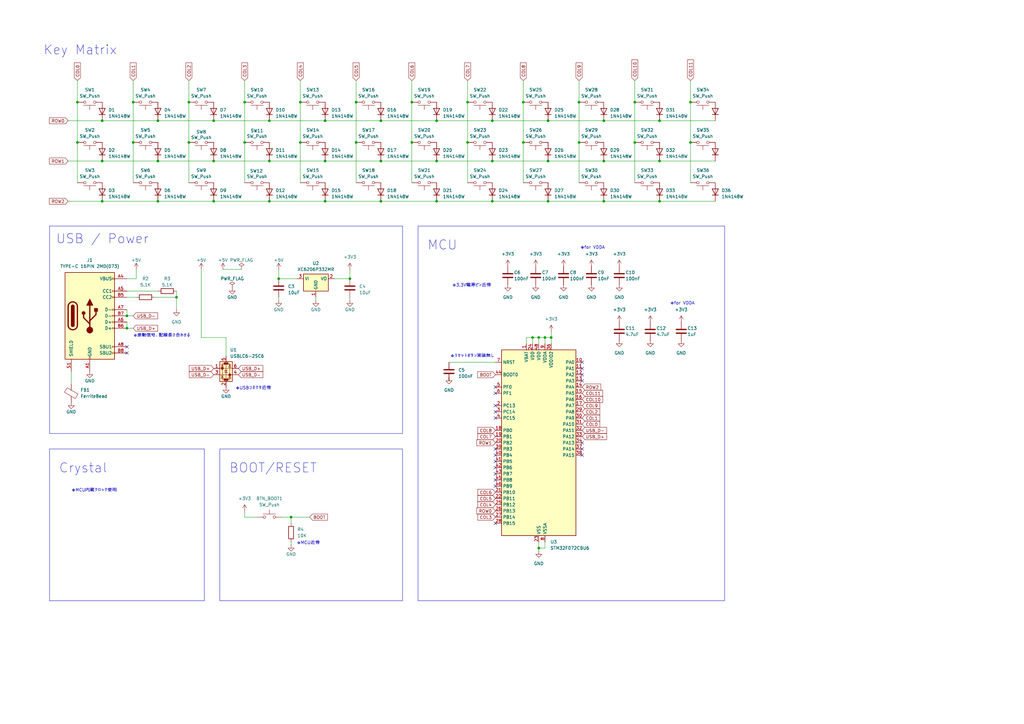
<source format=kicad_sch>
(kicad_sch (version 20231120) (generator "eeschema") (generator_version "8.0")
  (paper "A3")
  (title_block (title "neige PCB GLP") (date "2025-08-02") (rev "v1.1") (company "@ymkn"))
  (lib_symbols
    (symbol "Connector:USB_C_Receptacle_USB2.0_16P" (pin_names (offset 1.016))
      (property "Reference" "J" (at 0 22.225 0))
      (property "Value" "USB_C_Receptacle_USB2.0_16P" (at 0 19.685 0))
      (symbol "USB_C_Receptacle_USB2.0_16P_1_1"
        (pin passive line (at 0 -22.86 90) (length 5.08) (name "GND") (number "A1"))
        (pin passive line (at 0 -22.86 90) (length 5.08) hide (name "GND") (number "A12"))
        (pin passive line (at 15.24 15.24 180) (length 5.08) (name "VBUS") (number "A4"))
        (pin bidirectional line (at 15.24 10.16 180) (length 5.08) (name "CC1") (number "A5"))
        (pin bidirectional line (at 15.24 -2.54 180) (length 5.08) (name "D+") (number "A6"))
        (pin bidirectional line (at 15.24 2.54 180) (length 5.08) (name "D-") (number "A7"))
        (pin bidirectional line (at 15.24 -12.7 180) (length 5.08) (name "SBU1") (number "A8"))
        (pin passive line (at 15.24 15.24 180) (length 5.08) hide (name "VBUS") (number "A9"))
        (pin passive line (at 0 -22.86 90) (length 5.08) hide (name "GND") (number "B1"))
        (pin passive line (at 0 -22.86 90) (length 5.08) hide (name "GND") (number "B12"))
        (pin passive line (at 15.24 15.24 180) (length 5.08) hide (name "VBUS") (number "B4"))
        (pin bidirectional line (at 15.24 7.62 180) (length 5.08) (name "CC2") (number "B5"))
        (pin bidirectional line (at 15.24 -5.08 180) (length 5.08) (name "D+") (number "B6"))
        (pin bidirectional line (at 15.24 0 180) (length 5.08) (name "D-") (number "B7"))
        (pin bidirectional line (at 15.24 -15.24 180) (length 5.08) (name "SBU2") (number "B8"))
        (pin passive line (at 15.24 15.24 180) (length 5.08) hide (name "VBUS") (number "B9"))
        (pin passive line (at -7.62 -22.86 90) (length 5.08) (name "SHIELD") (number "S1"))
      )
    )
    (symbol "Device:C" (pin_numbers hide) (pin_names (offset 0.254))
      (property "Reference" "C" (at 0.635 2.54 0))
      (property "Value" "C" (at 0.635 -2.54 0))
      (symbol "C_1_1"
        (pin passive line (at 0 3.81 270) (length 2.794) (name "~") (number "1"))
        (pin passive line (at 0 -3.81 90) (length 2.794) (name "~") (number "2"))
      )
    )
    (symbol "Device:FerriteBead" (pin_numbers hide) (pin_names (offset 0))
      (property "Reference" "FB" (at -3.81 0.635 90))
      (property "Value" "FerriteBead" (at 3.81 0 90))
      (symbol "FerriteBead_1_1"
        (pin passive line (at 0 3.81 270) (length 2.54) (name "~") (number "1"))
        (pin passive line (at 0 -3.81 90) (length 2.54) (name "~") (number "2"))
      )
    )
    (symbol "Device:R" (pin_numbers hide) (pin_names (offset 0))
      (property "Reference" "R" (at 2.032 0 90))
      (property "Value" "R" (at 0 0 90))
      (symbol "R_1_1"
        (pin passive line (at 0 3.81 270) (length 1.27) (name "~") (number "1"))
        (pin passive line (at 0 -3.81 90) (length 1.27) (name "~") (number "2"))
      )
    )
    (symbol "Diode:1N4148W" (pin_numbers hide) (pin_names hide)
      (property "Reference" "D" (at 0 2.54 0))
      (property "Value" "1N4148W" (at 0 -2.54 0))
      (symbol "1N4148W_1_1"
        (pin passive line (at -3.81 0 0) (length 2.54) (name "K") (number "1"))
        (pin passive line (at 3.81 0 180) (length 2.54) (name "A") (number "2"))
      )
    )
    (symbol "MCU_ST_STM32F0:STM32F072CBUx"
      (property "Reference" "U" (at -15.24 39.37 0))
      (property "Value" "STM32F072CBUx" (at 7.62 39.37 0))
      (symbol "STM32F072CBUx_1_1"
        (pin power_in line (at -5.08 40.64 270) (length 2.54) (name "VBAT") (number "1"))
        (pin bidirectional line (at 17.78 33.02 180) (length 2.54) (name "PA0") (number "10"))
        (pin bidirectional line (at 17.78 30.48 180) (length 2.54) (name "PA1") (number "11"))
        (pin bidirectional line (at 17.78 27.94 180) (length 2.54) (name "PA2") (number "12"))
        (pin bidirectional line (at 17.78 25.4 180) (length 2.54) (name "PA3") (number "13"))
        (pin bidirectional line (at 17.78 22.86 180) (length 2.54) (name "PA4") (number "14"))
        (pin bidirectional line (at 17.78 20.32 180) (length 2.54) (name "PA5") (number "15"))
        (pin bidirectional line (at 17.78 17.78 180) (length 2.54) (name "PA6") (number "16"))
        (pin bidirectional line (at 17.78 15.24 180) (length 2.54) (name "PA7") (number "17"))
        (pin bidirectional line (at -17.78 5.08 0) (length 2.54) (name "PB0") (number "18"))
        (pin bidirectional line (at -17.78 2.54 0) (length 2.54) (name "PB1") (number "19"))
        (pin bidirectional line (at -17.78 15.24 0) (length 2.54) (name "PC13") (number "2"))
        (pin bidirectional line (at -17.78 0 0) (length 2.54) (name "PB2") (number "20"))
        (pin bidirectional line (at -17.78 -20.32 0) (length 2.54) (name "PB10") (number "21"))
        (pin bidirectional line (at -17.78 -22.86 0) (length 2.54) (name "PB11") (number "22"))
        (pin power_in line (at 0 -40.64 90) (length 2.54) (name "VSS") (number "23"))
        (pin power_in line (at -2.54 40.64 270) (length 2.54) (name "VDD") (number "24"))
        (pin bidirectional line (at -17.78 -25.4 0) (length 2.54) (name "PB12") (number "25"))
        (pin bidirectional line (at -17.78 -27.94 0) (length 2.54) (name "PB13") (number "26"))
        (pin bidirectional line (at -17.78 -30.48 0) (length 2.54) (name "PB14") (number "27"))
        (pin bidirectional line (at -17.78 -33.02 0) (length 2.54) (name "PB15") (number "28"))
        (pin bidirectional line (at 17.78 12.7 180) (length 2.54) (name "PA8") (number "29"))
        (pin bidirectional line (at -17.78 12.7 0) (length 2.54) (name "PC14") (number "3"))
        (pin bidirectional line (at 17.78 10.16 180) (length 2.54) (name "PA9") (number "30"))
        (pin bidirectional line (at 17.78 7.62 180) (length 2.54) (name "PA10") (number "31"))
        (pin bidirectional line (at 17.78 5.08 180) (length 2.54) (name "PA11") (number "32"))
        (pin bidirectional line (at 17.78 2.54 180) (length 2.54) (name "PA12") (number "33"))
        (pin bidirectional line (at 17.78 0 180) (length 2.54) (name "PA13") (number "34"))
        (pin passive line (at 0 -40.64 90) (length 2.54) hide (name "VSS") (number "35"))
        (pin power_in line (at 5.08 40.64 270) (length 2.54) (name "VDDIO2") (number "36"))
        (pin bidirectional line (at 17.78 -2.54 180) (length 2.54) (name "PA14") (number "37"))
        (pin bidirectional line (at 17.78 -5.08 180) (length 2.54) (name "PA15") (number "38"))
        (pin bidirectional line (at -17.78 -2.54 0) (length 2.54) (name "PB3") (number "39"))
        (pin bidirectional line (at -17.78 10.16 0) (length 2.54) (name "PC15") (number "4"))
        (pin bidirectional line (at -17.78 -5.08 0) (length 2.54) (name "PB4") (number "40"))
        (pin bidirectional line (at -17.78 -7.62 0) (length 2.54) (name "PB5") (number "41"))
        (pin bidirectional line (at -17.78 -10.16 0) (length 2.54) (name "PB6") (number "42"))
        (pin bidirectional line (at -17.78 -12.7 0) (length 2.54) (name "PB7") (number "43"))
        (pin input line (at -17.78 27.94 0) (length 2.54) (name "BOOT0") (number "44"))
        (pin bidirectional line (at -17.78 -15.24 0) (length 2.54) (name "PB8") (number "45"))
        (pin bidirectional line (at -17.78 -17.78 0) (length 2.54) (name "PB9") (number "46"))
        (pin passive line (at 0 -40.64 90) (length 2.54) hide (name "VSS") (number "47"))
        (pin power_in line (at 0 40.64 270) (length 2.54) (name "VDD") (number "48"))
        (pin passive line (at 0 -40.64 90) (length 2.54) hide (name "VSS") (number "49"))
        (pin bidirectional line (at -17.78 22.86 0) (length 2.54) (name "PF0") (number "5"))
        (pin bidirectional line (at -17.78 20.32 0) (length 2.54) (name "PF1") (number "6"))
        (pin input line (at -17.78 33.02 0) (length 2.54) (name "NRST") (number "7"))
        (pin power_in line (at 2.54 -40.64 90) (length 2.54) (name "VSSA") (number "8"))
        (pin power_in line (at 2.54 40.64 270) (length 2.54) (name "VDDA") (number "9"))
      )
    )
    (symbol "Power_Protection:USBLC6-2SC6" (pin_names hide)
      (property "Reference" "U" (at 0.635 5.715 0))
      (property "Value" "USBLC6-2SC6" (at 0.635 3.81 0))
      (symbol "USBLC6-2SC6_1_1"
        (pin passive line (at -5.08 0 0) (length 2.54) (name "I/O1") (number "1"))
        (pin passive line (at 0 -7.62 90) (length 2.54) (name "GND") (number "2"))
        (pin passive line (at -5.08 -2.54 0) (length 2.54) (name "I/O2") (number "3"))
        (pin passive line (at 5.08 -2.54 180) (length 2.54) (name "I/O2") (number "4"))
        (pin passive line (at 0 5.08 270) (length 2.54) (name "VBUS") (number "5"))
        (pin passive line (at 5.08 0 180) (length 2.54) (name "I/O1") (number "6"))
      )
    )
    (symbol "Regulator_Linear:AMS1117-3.3"
      (property "Reference" "U" (at -3.81 3.175 0))
      (property "Value" "AMS1117-3.3" (at 0 3.175 0))
      (symbol "AMS1117-3.3_1_1"
        (pin power_in line (at 0 -7.62 90) (length 2.54) (name "GND") (number "1"))
        (pin power_out line (at 7.62 0 180) (length 2.54) (name "VO") (number "2"))
        (pin power_in line (at -7.62 0 0) (length 2.54) (name "VI") (number "3"))
      )
    )
    (symbol "Switch:SW_Push" (pin_numbers hide) (pin_names (offset 1.016) hide)
      (property "Reference" "SW" (at 1.27 2.54 0))
      (property "Value" "SW_Push" (at 0 -1.524 0))
      (symbol "SW_Push_0_1"
        (pin passive line (at -5.08 0 0) (length 2.54) (name "1") (number "1"))
        (pin passive line (at 5.08 0 180) (length 2.54) (name "2") (number "2"))
      )
    )
    (symbol "power:+3V3" (power) (pin_numbers hide) (pin_names (offset 0) hide)
      (property "Value" "+3V3" (at 0 3.556 0))
      (symbol "+3V3_1_1"
        (pin power_in line (at 0 0 90) (length 0) (name "~") (number "1"))
      )
    )
    (symbol "power:+5V" (power) (pin_numbers hide) (pin_names (offset 0) hide)
      (property "Value" "+5V" (at 0 3.556 0))
      (symbol "+5V_1_1"
        (pin power_in line (at 0 0 90) (length 0) (name "~") (number "1"))
      )
    )
    (symbol "power:GND" (power) (pin_numbers hide) (pin_names (offset 0) hide)
      (property "Value" "GND" (at 0 -3.81 0))
      (symbol "GND_1_1"
        (pin power_in line (at 0 0 270) (length 0) (name "~") (number "1"))
      )
    )
    (symbol "power:PWR_FLAG" (power) (pin_numbers hide) (pin_names (offset 0) hide)
      (property "Value" "PWR_FLAG" (at 0 3.81 0))
      (symbol "PWR_FLAG_0_0"
        (pin power_out line (at 0 0 90) (length 0) (name "~") (number "1"))
      )
    )
  )
  (junction (at 41.91 82.55))
  (junction (at 247.65 49.53))
  (junction (at 218.44 138.43))
  (junction (at 260.35 58.42))
  (junction (at 224.79 82.55))
  (junction (at 31.75 41.91))
  (junction (at 179.07 49.53))
  (junction (at 224.79 66.04))
  (junction (at 114.3 114.3))
  (junction (at 119.38 212.09))
  (junction (at 220.98 138.43))
  (junction (at 100.33 41.91))
  (junction (at 77.47 58.42))
  (junction (at 146.05 41.91))
  (junction (at 283.21 41.91))
  (junction (at 270.51 66.04))
  (junction (at 54.61 41.91))
  (junction (at 201.93 66.04))
  (junction (at 110.49 82.55))
  (junction (at 156.21 66.04))
  (junction (at 214.63 41.91))
  (junction (at 270.51 49.53))
  (junction (at 77.47 41.91))
  (junction (at 156.21 82.55))
  (junction (at 179.07 82.55))
  (junction (at 54.61 58.42))
  (junction (at 87.63 49.53))
  (junction (at 201.93 49.53))
  (junction (at 110.49 49.53))
  (junction (at 31.75 58.42))
  (junction (at 283.21 58.42))
  (junction (at 41.91 66.04))
  (junction (at 201.93 82.55))
  (junction (at 237.49 58.42))
  (junction (at 123.19 58.42))
  (junction (at 220.98 224.79))
  (junction (at 87.63 66.04))
  (junction (at 260.35 41.91))
  (junction (at 168.91 58.42))
  (junction (at 143.51 114.3))
  (junction (at 179.07 66.04))
  (junction (at 146.05 58.42))
  (junction (at 191.77 41.91))
  (junction (at 223.52 138.43))
  (junction (at 214.63 58.42))
  (junction (at 247.65 82.55))
  (junction (at 123.19 41.91))
  (junction (at 133.35 82.55))
  (junction (at 64.77 49.53))
  (junction (at 64.77 82.55))
  (junction (at 226.06 138.43))
  (junction (at 64.77 66.04))
  (junction (at 41.91 49.53))
  (junction (at 100.33 58.42))
  (junction (at 168.91 41.91))
  (junction (at 52.07 134.62))
  (junction (at 87.63 82.55))
  (junction (at 247.65 66.04))
  (junction (at 270.51 82.55))
  (junction (at 191.77 58.42))
  (junction (at 133.35 49.53))
  (junction (at 237.49 41.91))
  (junction (at 224.79 49.53))
  (junction (at 156.21 49.53))
  (junction (at 52.07 129.54))
  (junction (at 133.35 66.04))
  (junction (at 110.49 66.04))
  (junction (at 72.39 121.92))
  (no_connect (at 238.76 156.21))
  (no_connect (at 203.2 186.69))
  (no_connect (at 203.2 171.45))
  (no_connect (at 52.07 144.78))
  (no_connect (at 203.2 196.85))
  (no_connect (at 203.2 161.29))
  (no_connect (at 203.2 214.63))
  (no_connect (at 238.76 153.67))
  (no_connect (at 238.76 148.59))
  (no_connect (at 238.76 151.13))
  (no_connect (at 203.2 184.15))
  (no_connect (at 203.2 158.75))
  (no_connect (at 203.2 168.91))
  (no_connect (at 203.2 166.37))
  (no_connect (at 238.76 181.61))
  (no_connect (at 238.76 184.15))
  (no_connect (at 203.2 191.77))
  (no_connect (at 203.2 189.23))
  (no_connect (at 238.76 186.69))
  (no_connect (at 203.2 199.39))
  (no_connect (at 52.07 142.24))
  (no_connect (at 203.2 194.31))
  (wire (pts (xy 220.98 224.79) (xy 220.98 226.06)))
  (wire (pts (xy 100.33 58.42) (xy 100.33 74.93)))
  (wire (pts (xy 27.94 66.04) (xy 41.91 66.04)))
  (wire (pts (xy 87.63 82.55) (xy 110.49 82.55)))
  (wire (pts (xy 237.49 33.02) (xy 237.49 41.91)))
  (wire (pts (xy 29.21 152.4) (xy 29.21 157.48)))
  (wire (pts (xy 137.16 114.3) (xy 143.51 114.3)))
  (wire (pts (xy 82.55 138.43) (xy 92.71 138.43)))
  (wire (pts (xy 215.9 140.97) (xy 215.9 138.43)))
  (wire (pts (xy 283.21 33.02) (xy 283.21 41.91)))
  (wire (pts (xy 52.07 121.92) (xy 55.88 121.92)))
  (wire (pts (xy 179.07 82.55) (xy 201.93 82.55)))
  (wire (pts (xy 143.51 110.49) (xy 143.51 114.3)))
  (wire (pts (xy 224.79 66.04) (xy 247.65 66.04)))
  (wire (pts (xy 146.05 58.42) (xy 146.05 74.93)))
  (wire (pts (xy 77.47 33.02) (xy 77.47 41.91)))
  (wire (pts (xy 41.91 82.55) (xy 64.77 82.55)))
  (wire (pts (xy 184.15 154.94) (xy 184.15 156.21)))
  (wire (pts (xy 100.33 212.09) (xy 105.41 212.09)))
  (wire (pts (xy 100.33 209.55) (xy 100.33 212.09)))
  (wire (pts (xy 52.07 129.54) (xy 54.61 129.54)))
  (wire (pts (xy 54.61 33.02) (xy 54.61 41.91)))
  (wire (pts (xy 31.75 58.42) (xy 31.75 74.93)))
  (wire (pts (xy 220.98 224.79) (xy 223.52 224.79)))
  (wire (pts (xy 114.3 114.3) (xy 114.3 110.49)))
  (wire (pts (xy 146.05 33.02) (xy 146.05 41.91)))
  (wire (pts (xy 214.63 41.91) (xy 214.63 58.42)))
  (wire (pts (xy 283.21 58.42) (xy 283.21 74.93)))
  (wire (pts (xy 82.55 110.49) (xy 82.55 138.43)))
  (wire (pts (xy 87.63 66.04) (xy 110.49 66.04)))
  (wire (pts (xy 191.77 33.02) (xy 191.77 41.91)))
  (wire (pts (xy 218.44 138.43) (xy 220.98 138.43)))
  (wire (pts (xy 201.93 66.04) (xy 224.79 66.04)))
  (wire (pts (xy 226.06 138.43) (xy 226.06 135.89)))
  (wire (pts (xy 54.61 41.91) (xy 54.61 58.42)))
  (wire (pts (xy 220.98 222.25) (xy 220.98 224.79)))
  (wire (pts (xy 63.5 121.92) (xy 72.39 121.92)))
  (wire (pts (xy 77.47 41.91) (xy 77.47 58.42)))
  (wire (pts (xy 52.07 134.62) (xy 54.61 134.62)))
  (wire (pts (xy 87.63 49.53) (xy 110.49 49.53)))
  (wire (pts (xy 156.21 66.04) (xy 179.07 66.04)))
  (wire (pts (xy 226.06 140.97) (xy 226.06 138.43)))
  (wire (pts (xy 115.57 212.09) (xy 119.38 212.09)))
  (wire (pts (xy 114.3 114.3) (xy 121.92 114.3)))
  (wire (pts (xy 179.07 49.53) (xy 201.93 49.53)))
  (wire (pts (xy 237.49 58.42) (xy 237.49 74.93)))
  (wire (pts (xy 283.21 41.91) (xy 283.21 58.42)))
  (wire (pts (xy 224.79 49.53) (xy 247.65 49.53)))
  (wire (pts (xy 168.91 33.02) (xy 168.91 41.91)))
  (wire (pts (xy 41.91 66.04) (xy 64.77 66.04)))
  (wire (pts (xy 184.15 148.59) (xy 203.2 148.59)))
  (wire (pts (xy 123.19 41.91) (xy 123.19 58.42)))
  (wire (pts (xy 220.98 140.97) (xy 220.98 138.43)))
  (wire (pts (xy 270.51 49.53) (xy 293.37 49.53)))
  (wire (pts (xy 133.35 82.55) (xy 156.21 82.55)))
  (wire (pts (xy 123.19 33.02) (xy 123.19 41.91)))
  (wire (pts (xy 220.98 138.43) (xy 223.52 138.43)))
  (wire (pts (xy 52.07 132.08) (xy 52.07 134.62)))
  (wire (pts (xy 223.52 222.25) (xy 223.52 224.79)))
  (wire (pts (xy 119.38 212.09) (xy 119.38 214.63)))
  (wire (pts (xy 201.93 82.55) (xy 224.79 82.55)))
  (wire (pts (xy 143.51 123.19) (xy 143.51 121.92)))
  (wire (pts (xy 129.54 123.19) (xy 129.54 121.92)))
  (wire (pts (xy 119.38 222.25) (xy 119.38 223.52)))
  (wire (pts (xy 114.3 121.92) (xy 114.3 123.19)))
  (wire (pts (xy 123.19 58.42) (xy 123.19 74.93)))
  (wire (pts (xy 52.07 119.38) (xy 64.77 119.38)))
  (wire (pts (xy 110.49 66.04) (xy 133.35 66.04)))
  (wire (pts (xy 100.33 41.91) (xy 100.33 58.42)))
  (wire (pts (xy 179.07 66.04) (xy 201.93 66.04)))
  (wire (pts (xy 146.05 41.91) (xy 146.05 58.42)))
  (wire (pts (xy 214.63 58.42) (xy 214.63 74.93)))
  (wire (pts (xy 110.49 49.53) (xy 133.35 49.53)))
  (wire (pts (xy 260.35 41.91) (xy 260.35 58.42)))
  (wire (pts (xy 55.88 114.3) (xy 52.07 114.3)))
  (wire (pts (xy 270.51 66.04) (xy 293.37 66.04)))
  (wire (pts (xy 270.51 82.55) (xy 293.37 82.55)))
  (wire (pts (xy 223.52 138.43) (xy 226.06 138.43)))
  (wire (pts (xy 31.75 41.91) (xy 31.75 58.42)))
  (wire (pts (xy 110.49 82.55) (xy 133.35 82.55)))
  (wire (pts (xy 214.63 33.02) (xy 214.63 41.91)))
  (wire (pts (xy 133.35 66.04) (xy 156.21 66.04)))
  (wire (pts (xy 77.47 58.42) (xy 77.47 74.93)))
  (wire (pts (xy 92.71 138.43) (xy 92.71 146.05)))
  (wire (pts (xy 237.49 41.91) (xy 237.49 58.42)))
  (wire (pts (xy 72.39 121.92) (xy 72.39 127)))
  (wire (pts (xy 54.61 58.42) (xy 54.61 74.93)))
  (wire (pts (xy 215.9 138.43) (xy 218.44 138.43)))
  (wire (pts (xy 260.35 33.02) (xy 260.35 41.91)))
  (wire (pts (xy 64.77 66.04) (xy 87.63 66.04)))
  (wire (pts (xy 201.93 49.53) (xy 224.79 49.53)))
  (wire (pts (xy 247.65 49.53) (xy 270.51 49.53)))
  (wire (pts (xy 247.65 66.04) (xy 270.51 66.04)))
  (wire (pts (xy 119.38 212.09) (xy 127 212.09)))
  (wire (pts (xy 191.77 41.91) (xy 191.77 58.42)))
  (wire (pts (xy 260.35 58.42) (xy 260.35 74.93)))
  (wire (pts (xy 91.44 110.49) (xy 99.06 110.49)))
  (wire (pts (xy 133.35 49.53) (xy 156.21 49.53)))
  (wire (pts (xy 224.79 82.55) (xy 247.65 82.55)))
  (wire (pts (xy 191.77 58.42) (xy 191.77 74.93)))
  (wire (pts (xy 64.77 49.53) (xy 87.63 49.53)))
  (wire (pts (xy 27.94 82.55) (xy 41.91 82.55)))
  (wire (pts (xy 100.33 33.02) (xy 100.33 41.91)))
  (wire (pts (xy 55.88 110.49) (xy 55.88 114.3)))
  (wire (pts (xy 72.39 119.38) (xy 72.39 121.92)))
  (wire (pts (xy 218.44 140.97) (xy 218.44 138.43)))
  (wire (pts (xy 247.65 82.55) (xy 270.51 82.55)))
  (wire (pts (xy 168.91 58.42) (xy 168.91 74.93)))
  (wire (pts (xy 64.77 82.55) (xy 87.63 82.55)))
  (wire (pts (xy 31.75 33.02) (xy 31.75 41.91)))
  (wire (pts (xy 168.91 41.91) (xy 168.91 58.42)))
  (wire (pts (xy 41.91 49.53) (xy 64.77 49.53)))
  (wire (pts (xy 223.52 140.97) (xy 223.52 138.43)))
  (wire (pts (xy 156.21 49.53) (xy 179.07 49.53)))
  (wire (pts (xy 156.21 82.55) (xy 179.07 82.55)))
  (wire (pts (xy 27.94 49.53) (xy 41.91 49.53)))
  (wire (pts (xy 52.07 127) (xy 52.07 129.54)))
  (rectangle (start 20.32 92.71) (end 165.1 177.8))
  (rectangle (start 171.45 92.71) (end 297.18 246.38))
  (rectangle (start 90.17 184.15) (end 165.1 246.38))
  (rectangle (start 20.32 184.15) (end 83.82 246.38))
  (text "※MCU内蔵クロック使用" (at 38.608 201.168 0) (effects (font (size 1.27 1.27))))
  (text "Crystal" (at 24.13 194.31 0) (effects (font (size 3.81 3.81)) (justify left bottom)))
  (text "MCU" (at 175.26 102.87 0) (effects (font (size 3.81 3.81)) (justify left bottom)))
  (text "Key Matrix" (at 17.78 22.86 0) (effects (font (size 3.81 3.81)) (justify left bottom)))
  (text "※for VDDA" (at 274.828 125.222 0) (effects (font (size 1.27 1.27)) (justify left bottom)))
  (text "※for VDDA" (at 237.998 102.362 0) (effects (font (size 1.27 1.27)) (justify left bottom)))
  (text "※MCU近傍" (at 121.666 223.52 0) (effects (font (size 1.27 1.27)) (justify left bottom)))
  (text "※USBコネクタ近傍" (at 111.252 160.02 0) (effects (font (size 1.27 1.27)) (justify right bottom)))
  (text "BOOT/RESET" (at 93.98 194.31 0) (effects (font (size 3.81 3.81)) (justify left bottom)))
  (text "※3.3V電源ピン近傍" (at 185.42 117.856 0) (effects (font (size 1.27 1.27)) (justify left bottom)))
  (text "※差動信号、配線長さ合わせる" (at 54.61 138.43 0) (effects (font (size 1.27 1.27)) (justify left bottom)))
  (text "USB / Power" (at 22.86 100.33 0) (effects (font (size 3.81 3.81)) (justify left bottom)))
  (text "※リセットボタン実装無し" (at 184.658 146.812 0) (effects (font (size 1.27 1.27)) (justify left bottom)))
  (global_label "USB_D+" (shape input) (at 97.79 151.13 0) (property "Intersheetrefs" "${INTERSHEET_REFS}" (effects (hide yes))))
  (global_label "COL10" (shape input) (at 238.76 163.83 0) (property "Intersheetrefs" "${INTERSHEET_REFS}" (effects (hide yes))))
  (global_label "COL6" (shape input) (at 203.2 201.93 180) (property "Intersheetrefs" "${INTERSHEET_REFS}" (effects (hide yes))))
  (global_label "USB_D-" (shape input) (at 87.63 153.67 180) (property "Intersheetrefs" "${INTERSHEET_REFS}" (effects (hide yes))))
  (global_label "COL5" (shape input) (at 203.2 204.47 180) (property "Intersheetrefs" "${INTERSHEET_REFS}" (effects (hide yes))))
  (global_label "USB_D+" (shape input) (at 54.61 134.62 0) (property "Intersheetrefs" "${INTERSHEET_REFS}" (effects (hide yes))))
  (global_label "COL6" (shape input) (at 168.91 33.02 90) (property "Intersheetrefs" "${INTERSHEET_REFS}" (effects (hide yes))))
  (global_label "COL3" (shape input) (at 100.33 33.02 90) (property "Intersheetrefs" "${INTERSHEET_REFS}" (effects (hide yes))))
  (global_label "ROW2" (shape input) (at 238.76 158.75 0) (property "Intersheetrefs" "${INTERSHEET_REFS}" (effects (hide yes))))
  (global_label "COL4" (shape input) (at 203.2 207.01 180) (property "Intersheetrefs" "${INTERSHEET_REFS}" (effects (hide yes))))
  (global_label "COL9" (shape input) (at 238.76 166.37 0) (property "Intersheetrefs" "${INTERSHEET_REFS}" (effects (hide yes))))
  (global_label "USB_D-" (shape input) (at 54.61 129.54 0) (property "Intersheetrefs" "${INTERSHEET_REFS}" (effects (hide yes))))
  (global_label "BOOT" (shape input) (at 203.2 153.67 180) (property "Intersheetrefs" "${INTERSHEET_REFS}" (effects (hide yes))))
  (global_label "COL8" (shape input) (at 203.2 176.53 180) (property "Intersheetrefs" "${INTERSHEET_REFS}" (effects (hide yes))))
  (global_label "COL7" (shape input) (at 191.77 33.02 90) (property "Intersheetrefs" "${INTERSHEET_REFS}" (effects (hide yes))))
  (global_label "COL11" (shape input) (at 283.21 33.02 90) (property "Intersheetrefs" "${INTERSHEET_REFS}" (effects (hide yes))))
  (global_label "COL8" (shape input) (at 214.63 33.02 90) (property "Intersheetrefs" "${INTERSHEET_REFS}" (effects (hide yes))))
  (global_label "COL2" (shape input) (at 77.47 33.02 90) (property "Intersheetrefs" "${INTERSHEET_REFS}" (effects (hide yes))))
  (global_label "COL5" (shape input) (at 146.05 33.02 90) (property "Intersheetrefs" "${INTERSHEET_REFS}" (effects (hide yes))))
  (global_label "ROW0" (shape input) (at 27.94 49.53 180) (property "Intersheetrefs" "${INTERSHEET_REFS}" (effects (hide yes))))
  (global_label "COL1" (shape input) (at 54.61 33.02 90) (property "Intersheetrefs" "${INTERSHEET_REFS}" (effects (hide yes))))
  (global_label "ROW2" (shape input) (at 27.94 82.55 180) (property "Intersheetrefs" "${INTERSHEET_REFS}" (effects (hide yes))))
  (global_label "ROW1" (shape input) (at 203.2 181.61 180) (property "Intersheetrefs" "${INTERSHEET_REFS}" (effects (hide yes))))
  (global_label "BOOT" (shape input) (at 127 212.09 0) (property "Intersheetrefs" "${INTERSHEET_REFS}" (effects (hide yes))))
  (global_label "COL0" (shape input) (at 31.75 33.02 90) (property "Intersheetrefs" "${INTERSHEET_REFS}" (effects (hide yes))))
  (global_label "COL10" (shape input) (at 260.35 33.02 90) (property "Intersheetrefs" "${INTERSHEET_REFS}" (effects (hide yes))))
  (global_label "USB_D+" (shape input) (at 87.63 151.13 180) (property "Intersheetrefs" "${INTERSHEET_REFS}" (effects (hide yes))))
  (global_label "COL9" (shape input) (at 237.49 33.02 90) (property "Intersheetrefs" "${INTERSHEET_REFS}" (effects (hide yes))))
  (global_label "COL7" (shape input) (at 203.2 179.07 180) (property "Intersheetrefs" "${INTERSHEET_REFS}" (effects (hide yes))))
  (global_label "COL11" (shape input) (at 238.76 161.29 0) (property "Intersheetrefs" "${INTERSHEET_REFS}" (effects (hide yes))))
  (global_label "USB_D+" (shape input) (at 238.76 179.07 0) (property "Intersheetrefs" "${INTERSHEET_REFS}" (effects (hide yes))))
  (global_label "COL2" (shape input) (at 238.76 168.91 0) (property "Intersheetrefs" "${INTERSHEET_REFS}" (effects (hide yes))))
  (global_label "USB_D-" (shape input) (at 238.76 176.53 0) (property "Intersheetrefs" "${INTERSHEET_REFS}" (effects (hide yes))))
  (global_label "COL3" (shape input) (at 203.2 212.09 180) (property "Intersheetrefs" "${INTERSHEET_REFS}" (effects (hide yes))))
  (global_label "USB_D-" (shape input) (at 97.79 153.67 0) (property "Intersheetrefs" "${INTERSHEET_REFS}" (effects (hide yes))))
  (global_label "COL1" (shape input) (at 238.76 171.45 0) (property "Intersheetrefs" "${INTERSHEET_REFS}" (effects (hide yes))))
  (global_label "ROW0" (shape input) (at 203.2 209.55 180) (property "Intersheetrefs" "${INTERSHEET_REFS}" (effects (hide yes))))
  (global_label "ROW1" (shape input) (at 27.94 66.04 180) (property "Intersheetrefs" "${INTERSHEET_REFS}" (effects (hide yes))))
  (global_label "COL0" (shape input) (at 238.76 173.99 0) (property "Intersheetrefs" "${INTERSHEET_REFS}" (effects (hide yes))))
  (global_label "COL4" (shape input) (at 123.19 33.02 90) (property "Intersheetrefs" "${INTERSHEET_REFS}" (effects (hide yes))))
  (symbol (lib_id "Diode:1N4148W") (at 87.63 78.74 90) (unit 1)
    (property "Reference" "D9" (at 90.17 78.105 90) (effects (justify right)))
    (property "Value" "1N4148W" (at 90.17 80.645 90) (effects (justify right)))
    (property "Footprint" "ymknlib_Various:D_SOD-123" (effects (hide yes)))
    (property "Datasheet" "https://www.vishay.com/docs/85748/1n4148w.pdf" (effects (hide yes)))
    (property "Sim.Device" "D" (effects (hide yes)))
    (property "Sim.Pins" "1=K 2=A" (effects (hide yes)))
    (property "LCSC Parts #" "C81598" (effects (hide yes)))
    (property "JLCPCB Part #" "C81598" (effects (hide yes)))
  )
  (symbol (lib_id "power:+3V3") (at 100.33 209.55 0) (unit 1)
    (property "Reference" "#PWR11" (effects (hide yes)))
    (property "Value" "+3V3" (at 100.33 204.47 0))
    (property "Description" "Power symbol creates a global label with name \"+3V3\"" (effects (hide yes)))
  )
  (symbol (lib_id "Diode:1N4148W") (at 201.93 78.74 90) (unit 1)
    (property "Reference" "D24" (at 204.47 78.105 90) (effects (justify right)))
    (property "Value" "1N4148W" (at 204.47 80.645 90) (effects (justify right)))
    (property "Footprint" "ymknlib_Various:D_SOD-123" (effects (hide yes)))
    (property "Datasheet" "https://www.vishay.com/docs/85748/1n4148w.pdf" (effects (hide yes)))
    (property "Sim.Device" "D" (effects (hide yes)))
    (property "Sim.Pins" "1=K 2=A" (effects (hide yes)))
    (property "LCSC Parts #" "C81598" (effects (hide yes)))
    (property "JLCPCB Part #" "C81598" (effects (hide yes)))
  )
  (symbol (lib_id "Diode:1N4148W") (at 201.93 45.72 90) (unit 1)
    (property "Reference" "D22" (at 204.47 45.085 90) (effects (justify right)))
    (property "Value" "1N4148W" (at 204.47 47.625 90) (effects (justify right)))
    (property "Footprint" "ymknlib_Various:D_SOD-123" (effects (hide yes)))
    (property "Datasheet" "https://www.vishay.com/docs/85748/1n4148w.pdf" (effects (hide yes)))
    (property "Sim.Device" "D" (effects (hide yes)))
    (property "Sim.Pins" "1=K 2=A" (effects (hide yes)))
    (property "LCSC Parts #" "C81598" (effects (hide yes)))
    (property "JLCPCB Part #" "C81598" (effects (hide yes)))
  )
  (symbol (lib_id "power:GND") (at 92.71 158.75 0) (unit 1)
    (property "Reference" "#PWR9" (effects (hide yes)))
    (property "Value" "GND" (at 92.71 162.56 0))
    (property "Description" "Power symbol creates a global label with name \"GND\" , ground" (effects (hide yes)))
  )
  (symbol (lib_id "Diode:1N4148W") (at 247.65 62.23 90) (unit 1)
    (property "Reference" "D29" (at 250.19 61.595 90) (effects (justify right)))
    (property "Value" "1N4148W" (at 250.19 64.135 90) (effects (justify right)))
    (property "Footprint" "ymknlib_Various:D_SOD-123" (effects (hide yes)))
    (property "Datasheet" "https://www.vishay.com/docs/85748/1n4148w.pdf" (effects (hide yes)))
    (property "Sim.Device" "D" (effects (hide yes)))
    (property "Sim.Pins" "1=K 2=A" (effects (hide yes)))
    (property "LCSC Parts #" "C81598" (effects (hide yes)))
    (property "JLCPCB Part #" "C81598" (effects (hide yes)))
  )
  (symbol (lib_id "Diode:1N4148W") (at 270.51 45.72 90) (unit 1)
    (property "Reference" "D31" (at 273.05 45.085 90) (effects (justify right)))
    (property "Value" "1N4148W" (at 273.05 47.625 90) (effects (justify right)))
    (property "Footprint" "ymknlib_Various:D_SOD-123" (effects (hide yes)))
    (property "Datasheet" "https://www.vishay.com/docs/85748/1n4148w.pdf" (effects (hide yes)))
    (property "Sim.Device" "D" (effects (hide yes)))
    (property "Sim.Pins" "1=K 2=A" (effects (hide yes)))
    (property "LCSC Parts #" "C81598" (effects (hide yes)))
    (property "JLCPCB Part #" "C81598" (effects (hide yes)))
  )
  (symbol (lib_id "power:GND") (at 36.83 152.4 0) (unit 1)
    (property "Reference" "#PWR3" (effects (hide yes)))
    (property "Value" "GND" (at 36.83 156.21 0))
    (property "Description" "Power symbol creates a global label with name \"GND\" , ground" (effects (hide yes)))
  )
  (symbol (lib_id "Diode:1N4148W") (at 110.49 45.72 90) (unit 1)
    (property "Reference" "D10" (at 113.03 45.085 90) (effects (justify right)))
    (property "Value" "1N4148W" (at 113.03 47.625 90) (effects (justify right)))
    (property "Footprint" "ymknlib_Various:D_SOD-123" (effects (hide yes)))
    (property "Datasheet" "https://www.vishay.com/docs/85748/1n4148w.pdf" (effects (hide yes)))
    (property "Sim.Device" "D" (effects (hide yes)))
    (property "Sim.Pins" "1=K 2=A" (effects (hide yes)))
    (property "LCSC Parts #" "C81598" (effects (hide yes)))
    (property "JLCPCB Part #" "C81598" (effects (hide yes)))
  )
  (symbol (lib_id "power:+3V3") (at 254 109.22 0) (unit 1)
    (property "Reference" "#PWR29" (effects (hide yes)))
    (property "Value" "+3V3" (at 254 104.14 0))
    (property "Description" "Power symbol creates a global label with name \"+3V3\"" (effects (hide yes)))
  )
  (symbol (lib_id "Diode:1N4148W") (at 270.51 62.23 90) (unit 1)
    (property "Reference" "D32" (at 273.05 61.595 90) (effects (justify right)))
    (property "Value" "1N4148W" (at 273.05 64.135 90) (effects (justify right)))
    (property "Footprint" "ymknlib_Various:D_SOD-123" (effects (hide yes)))
    (property "Datasheet" "https://www.vishay.com/docs/85748/1n4148w.pdf" (effects (hide yes)))
    (property "Sim.Device" "D" (effects (hide yes)))
    (property "Sim.Pins" "1=K 2=A" (effects (hide yes)))
    (property "LCSC Parts #" "C81598" (effects (hide yes)))
    (property "JLCPCB Part #" "C81598" (effects (hide yes)))
  )
  (symbol (lib_id "Device:C") (at 143.51 118.11 0) (unit 1)
    (property "Reference" "C4" (at 147.32 117.475 0) (effects (justify left)))
    (property "Value" "10uF" (at 147.32 120.015 0) (effects (justify left)))
    (property "Footprint" "Capacitor_SMD:C_0603_1608Metric" (effects (hide yes)))
    (property "JLCPCB Part #" "C19702" (effects (hide yes)))
  )
  (symbol (lib_id "Connector:USB_C_Receptacle_USB2.0_16P") (at 36.83 129.54 0) (unit 1)
    (property "Reference" "J1" (at 36.83 106.68 0))
    (property "Value" "TYPE-C 16PIN 2MD(073)" (at 36.83 109.22 0))
    (property "Footprint" "Connector_USB:USB_C_Receptacle_HRO_TYPE-C-31-M-12" (effects (hide yes)))
    (property "Datasheet" "https://www.usb.org/sites/default/files/documents/usb_type-c.zip" (effects (hide yes)))
    (property "JLCPCB Part #" "C2765186" (effects (hide yes)))
  )
  (symbol (lib_id "Diode:1N4148W") (at 87.63 62.23 90) (unit 1)
    (property "Reference" "D8" (at 90.17 61.595 90) (effects (justify right)))
    (property "Value" "1N4148W" (at 90.17 64.135 90) (effects (justify right)))
    (property "Footprint" "ymknlib_Various:D_SOD-123" (effects (hide yes)))
    (property "Datasheet" "https://www.vishay.com/docs/85748/1n4148w.pdf" (effects (hide yes)))
    (property "Sim.Device" "D" (effects (hide yes)))
    (property "Sim.Pins" "1=K 2=A" (effects (hide yes)))
    (property "LCSC Parts #" "C81598" (effects (hide yes)))
    (property "JLCPCB Part #" "C81598" (effects (hide yes)))
  )
  (symbol (lib_id "Diode:1N4148W") (at 64.77 78.74 90) (unit 1)
    (property "Reference" "D6" (at 67.31 78.105 90) (effects (justify right)))
    (property "Value" "1N4148W" (at 67.31 80.645 90) (effects (justify right)))
    (property "Footprint" "ymknlib_Various:D_SOD-123" (effects (hide yes)))
    (property "Datasheet" "https://www.vishay.com/docs/85748/1n4148w.pdf" (effects (hide yes)))
    (property "Sim.Device" "D" (effects (hide yes)))
    (property "Sim.Pins" "1=K 2=A" (effects (hide yes)))
    (property "LCSC Parts #" "C81598" (effects (hide yes)))
    (property "JLCPCB Part #" "C81598" (effects (hide yes)))
  )
  (symbol (lib_id "Switch:SW_Push") (at 59.69 41.91 180) (unit 1)
    (property "Reference" "SW4" (at 59.69 36.83 0))
    (property "Value" "SW_Push" (at 59.69 39.37 0))
    (property "Footprint" "ymknlib_Switch_MX_GLP3:SW_MX_GLP3_1u" (effects (hide yes)))
    (property "LCSC Parts #" "C18212911" (effects (hide yes)))
    (property "JLCPCB Part #" "C41430893" (effects (hide yes)))
  )
  (symbol (lib_id "MCU_ST_STM32F0:STM32F072CBUx") (at 220.98 181.61 0) (unit 1)
    (property "Reference" "U3" (at 225.7141 222.25 0) (effects (justify left)))
    (property "Value" "STM32F072CBU6" (at 225.7141 224.79 0) (effects (justify left)))
    (property "Footprint" "STM32F072CBx:UFQFPN48-7x7mm" (effects (hide yes)))
    (property "Datasheet" "https://www.st.com/resource/en/datasheet/stm32f072cb.pdf" (effects (hide yes)))
    (property "Description" "STMicroelectronics Arm Cortex-M0 MCU, 128KB flash, 16KB RAM, 48 MHz, 2.0-3.6V, 37 GPIO, UFQFPN48" (effects (hide yes)))
    (property "JLCPCB Part #" "C92504" (effects (hide yes)))
  )
  (symbol (lib_id "Switch:SW_Push") (at 36.83 58.42 180) (unit 1)
    (property "Reference" "SW2" (at 36.83 53.34 0))
    (property "Value" "SW_Push" (at 36.83 55.88 0))
    (property "Footprint" "ymknlib_Switch_MX_GLP3:SW_MX_GLP3_1.25u" (effects (hide yes)))
    (property "LCSC Parts #" "C18212911" (effects (hide yes)))
    (property "JLCPCB Part #" "C41430893" (effects (hide yes)))
  )
  (symbol (lib_id "power:PWR_FLAG") (at 95.25 118.11 0) (unit 1)
    (property "Reference" "#FLG1" (effects (hide yes)))
    (property "Value" "PWR_FLAG" (at 95.25 114.3 0))
    (property "Description" "Special symbol for telling ERC where power comes from" (effects (hide yes)))
  )
  (symbol (lib_id "Diode:1N4148W") (at 156.21 45.72 90) (unit 1)
    (property "Reference" "D16" (at 158.75 45.085 90) (effects (justify right)))
    (property "Value" "1N4148W" (at 158.75 47.625 90) (effects (justify right)))
    (property "Footprint" "ymknlib_Various:D_SOD-123" (effects (hide yes)))
    (property "Datasheet" "https://www.vishay.com/docs/85748/1n4148w.pdf" (effects (hide yes)))
    (property "Sim.Device" "D" (effects (hide yes)))
    (property "Sim.Pins" "1=K 2=A" (effects (hide yes)))
    (property "LCSC Parts #" "C81598" (effects (hide yes)))
    (property "JLCPCB Part #" "C81598" (effects (hide yes)))
  )
  (symbol (lib_id "Switch:SW_Push") (at 82.55 58.42 180) (unit 1)
    (property "Reference" "SW8" (at 82.55 54.102 0))
    (property "Value" "SW_Push" (at 82.55 56.388 0))
    (property "Footprint" "ymknlib_Switch_MX_GLP3:SW_MX_GLP3_1u" (effects (hide yes)))
    (property "LCSC Parts #" "C18212911" (effects (hide yes)))
    (property "JLCPCB Part #" "C41430893" (effects (hide yes)))
  )
  (symbol (lib_id "power:+3V3") (at 254 132.08 0) (unit 1)
    (property "Reference" "#PWR1" (effects (hide yes)))
    (property "Value" "+3V3" (at 254 127 0))
    (property "Description" "Power symbol creates a global label with name \"+3V3\"" (effects (hide yes)))
  )
  (symbol (lib_id "power:+5V") (at 55.88 110.49 0) (unit 1)
    (property "Reference" "#PWR4" (effects (hide yes)))
    (property "Value" "+5V" (at 55.88 106.68 0))
    (property "Description" "Power symbol creates a global label with name \"+5V\"" (effects (hide yes)))
  )
  (symbol (lib_id "power:+3V3") (at 219.71 109.22 0) (unit 1)
    (property "Reference" "#PWR21" (effects (hide yes)))
    (property "Value" "+3V3" (at 219.71 104.14 0))
    (property "Description" "Power symbol creates a global label with name \"+3V3\"" (effects (hide yes)))
  )
  (symbol (lib_id "Switch:SW_Push") (at 59.69 58.42 180) (unit 1)
    (property "Reference" "SW5" (at 59.69 53.34 0))
    (property "Value" "SW_Push" (at 59.69 55.88 0))
    (property "Footprint" "ymknlib_Switch_MX_GLP3:SW_MX_GLP3_1u" (effects (hide yes)))
    (property "LCSC Parts #" "C18212911" (effects (hide yes)))
    (property "JLCPCB Part #" "C41430893" (effects (hide yes)))
  )
  (symbol (lib_id "power:GND") (at 208.28 116.84 0) (unit 1)
    (property "Reference" "#PWR20" (effects (hide yes)))
    (property "Value" "GND" (at 208.28 121.92 0))
    (property "Description" "Power symbol creates a global label with name \"GND\" , ground" (effects (hide yes)))
  )
  (symbol (lib_id "Diode:1N4148W") (at 224.79 45.72 90) (unit 1)
    (property "Reference" "D25" (at 227.33 45.085 90) (effects (justify right)))
    (property "Value" "1N4148W" (at 227.33 47.625 90) (effects (justify right)))
    (property "Footprint" "ymknlib_Various:D_SOD-123" (effects (hide yes)))
    (property "Datasheet" "https://www.vishay.com/docs/85748/1n4148w.pdf" (effects (hide yes)))
    (property "Sim.Device" "D" (effects (hide yes)))
    (property "Sim.Pins" "1=K 2=A" (effects (hide yes)))
    (property "LCSC Parts #" "C81598" (effects (hide yes)))
    (property "JLCPCB Part #" "C81598" (effects (hide yes)))
  )
  (symbol (lib_id "power:GND") (at 254 116.84 0) (unit 1)
    (property "Reference" "#PWR30" (effects (hide yes)))
    (property "Value" "GND" (at 254 121.92 0))
    (property "Description" "Power symbol creates a global label with name \"GND\" , ground" (effects (hide yes)))
  )
  (symbol (lib_id "power:+5V") (at 91.44 110.49 0) (unit 1)
    (property "Reference" "#PWR8" (effects (hide yes)))
    (property "Value" "+5V" (at 91.44 106.68 0))
    (property "Description" "Power symbol creates a global label with name \"+5V\"" (effects (hide yes)))
  )
  (symbol (lib_id "power:GND") (at 95.25 118.11 0) (unit 1)
    (property "Reference" "#PWR10" (effects (hide yes)))
    (property "Value" "GND" (at 95.25 121.92 0))
    (property "Description" "Power symbol creates a global label with name \"GND\" , ground" (effects (hide yes)))
  )
  (symbol (lib_id "Switch:SW_Push") (at 36.83 74.93 180) (unit 1)
    (property "Reference" "SW3" (at 36.83 69.85 0))
    (property "Value" "SW_Push" (at 36.83 72.39 0))
    (property "Footprint" "ymknlib_Switch_MX_GLP3:SW_MX_GLP3_1.75u" (effects (hide yes)))
    (property "LCSC Parts #" "C18212911" (effects (hide yes)))
    (property "JLCPCB Part #" "C41430893" (effects (hide yes)))
  )
  (symbol (lib_id "power:+3V3") (at 231.14 109.22 0) (unit 1)
    (property "Reference" "#PWR25" (effects (hide yes)))
    (property "Value" "+3V3" (at 231.14 104.14 0))
    (property "Description" "Power symbol creates a global label with name \"+3V3\"" (effects (hide yes)))
  )
  (symbol (lib_id "Diode:1N4148W") (at 41.91 62.23 90) (unit 1)
    (property "Reference" "D2" (at 44.45 61.595 90) (effects (justify right)))
    (property "Value" "1N4148W" (at 44.45 64.135 90) (effects (justify right)))
    (property "Footprint" "ymknlib_Various:D_SOD-123" (effects (hide yes)))
    (property "Datasheet" "https://www.vishay.com/docs/85748/1n4148w.pdf" (effects (hide yes)))
    (property "Sim.Device" "D" (effects (hide yes)))
    (property "Sim.Pins" "1=K 2=A" (effects (hide yes)))
    (property "LCSC Parts #" "C81598" (effects (hide yes)))
    (property "JLCPCB Part #" "C81598" (effects (hide yes)))
  )
  (symbol (lib_id "power:GND") (at 219.71 116.84 0) (unit 1)
    (property "Reference" "#PWR22" (effects (hide yes)))
    (property "Value" "GND" (at 219.71 121.92 0))
    (property "Description" "Power symbol creates a global label with name \"GND\" , ground" (effects (hide yes)))
  )
  (symbol (lib_id "Switch:SW_Push") (at 219.71 41.91 180) (unit 1)
    (property "Reference" "SW25" (at 219.71 36.83 0))
    (property "Value" "SW_Push" (at 219.71 39.37 0))
    (property "Footprint" "ymknlib_Switch_MX_GLP3:SW_MX_GLP3_1u" (effects (hide yes)))
    (property "LCSC Parts #" "C18212911" (effects (hide yes)))
    (property "JLCPCB Part #" "C41430893" (effects (hide yes)))
  )
  (symbol (lib_id "power:+3V3") (at 242.57 109.22 0) (unit 1)
    (property "Reference" "#PWR27" (effects (hide yes)))
    (property "Value" "+3V3" (at 242.57 104.14 0))
    (property "Description" "Power symbol creates a global label with name \"+3V3\"" (effects (hide yes)))
  )
  (symbol (lib_id "power:+3V3") (at 208.28 109.22 0) (unit 1)
    (property "Reference" "#PWR19" (effects (hide yes)))
    (property "Value" "+3V3" (at 208.28 104.14 0))
    (property "Description" "Power symbol creates a global label with name \"+3V3\"" (effects (hide yes)))
  )
  (symbol (lib_id "power:+3V3") (at 266.7 132.08 0) (unit 1)
    (property "Reference" "#PWR5" (effects (hide yes)))
    (property "Value" "+3V3" (at 266.7 127 0))
    (property "Description" "Power symbol creates a global label with name \"+3V3\"" (effects (hide yes)))
  )
  (symbol (lib_id "power:GND") (at 254 139.7 0) (unit 1)
    (property "Reference" "#PWR2" (effects (hide yes)))
    (property "Value" "GND" (at 254 144.78 0))
    (property "Description" "Power symbol creates a global label with name \"GND\" , ground" (effects (hide yes)))
  )
  (symbol (lib_id "Switch:SW_Push") (at 59.69 74.93 180) (unit 1)
    (property "Reference" "SW6" (at 59.69 69.85 0))
    (property "Value" "SW_Push" (at 59.69 72.39 0))
    (property "Footprint" "ymknlib_Switch_MX_GLP3:SW_MX_GLP3_1u" (effects (hide yes)))
    (property "LCSC Parts #" "C18212911" (effects (hide yes)))
    (property "JLCPCB Part #" "C41430893" (effects (hide yes)))
  )
  (symbol (lib_id "Switch:SW_Push") (at 36.83 41.91 180) (unit 1)
    (property "Reference" "SW1" (at 36.83 36.83 0))
    (property "Value" "SW_Push" (at 36.83 39.37 0))
    (property "Footprint" "ymknlib_Switch_MX_GLP3:SW_MX_GLP3_1u" (effects (hide yes)))
    (property "LCSC Parts #" "C18212911" (effects (hide yes)))
    (property "JLCPCB Part #" "C41430893" (effects (hide yes)))
  )
  (symbol (lib_id "Diode:1N4148W") (at 270.51 78.74 90) (unit 1)
    (property "Reference" "D33" (at 273.05 78.105 90) (effects (justify right)))
    (property "Value" "1N4148W" (at 273.05 80.645 90) (effects (justify right)))
    (property "Footprint" "ymknlib_Various:D_SOD-123" (effects (hide yes)))
    (property "Datasheet" "https://www.vishay.com/docs/85748/1n4148w.pdf" (effects (hide yes)))
    (property "Sim.Device" "D" (effects (hide yes)))
    (property "Sim.Pins" "1=K 2=A" (effects (hide yes)))
    (property "LCSC Parts #" "C81598" (effects (hide yes)))
    (property "JLCPCB Part #" "C81598" (effects (hide yes)))
  )
  (symbol (lib_id "Device:C") (at 208.28 113.03 0) (unit 1)
    (property "Reference" "C6" (at 210.82 111.76 0) (effects (justify left)))
    (property "Value" "100nF" (at 210.82 114.3 0) (effects (justify left)))
    (property "Footprint" "Capacitor_SMD:C_0402_1005Metric" (effects (hide yes)))
    (property "JLCPCB Part #" "C1525" (effects (hide yes)))
  )
  (symbol (lib_id "power:GND") (at 119.38 223.52 0) (unit 1)
    (property "Reference" "#PWR14" (effects (hide yes)))
    (property "Value" "GND" (at 119.38 227.33 0))
    (property "Description" "Power symbol creates a global label with name \"GND\" , ground" (effects (hide yes)))
  )
  (symbol (lib_id "Switch:SW_Push") (at 242.57 41.91 180) (unit 1)
    (property "Reference" "SW28" (at 242.57 36.83 0))
    (property "Value" "SW_Push" (at 242.57 39.37 0))
    (property "Footprint" "ymknlib_Switch_MX_GLP3:SW_MX_GLP3_1u" (effects (hide yes)))
    (property "LCSC Parts #" "C18212911" (effects (hide yes)))
    (property "JLCPCB Part #" "C41430893" (effects (hide yes)))
  )
  (symbol (lib_id "Diode:1N4148W") (at 110.49 78.74 90) (unit 1)
    (property "Reference" "D12" (at 113.03 78.105 90) (effects (justify right)))
    (property "Value" "1N4148W" (at 113.03 80.645 90) (effects (justify right)))
    (property "Footprint" "ymknlib_Various:D_SOD-123" (effects (hide yes)))
    (property "Datasheet" "https://www.vishay.com/docs/85748/1n4148w.pdf" (effects (hide yes)))
    (property "Sim.Device" "D" (effects (hide yes)))
    (property "Sim.Pins" "1=K 2=A" (effects (hide yes)))
    (property "LCSC Parts #" "C81598" (effects (hide yes)))
    (property "JLCPCB Part #" "C81598" (effects (hide yes)))
  )
  (symbol (lib_id "Switch:SW_Push") (at 82.55 74.93 180) (unit 1)
    (property "Reference" "SW9" (at 82.55 69.85 0))
    (property "Value" "SW_Push" (at 82.55 72.39 0))
    (property "Footprint" "ymknlib_Switch_MX_GLP3:SW_MX_GLP3_1u" (effects (hide yes)))
    (property "LCSC Parts #" "C18212911" (effects (hide yes)))
    (property "JLCPCB Part #" "C41430893" (effects (hide yes)))
  )
  (symbol (lib_id "Diode:1N4148W") (at 247.65 45.72 90) (unit 1)
    (property "Reference" "D28" (at 250.19 45.085 90) (effects (justify right)))
    (property "Value" "1N4148W" (at 250.19 47.625 90) (effects (justify right)))
    (property "Footprint" "ymknlib_Various:D_SOD-123" (effects (hide yes)))
    (property "Datasheet" "https://www.vishay.com/docs/85748/1n4148w.pdf" (effects (hide yes)))
    (property "Sim.Device" "D" (effects (hide yes)))
    (property "Sim.Pins" "1=K 2=A" (effects (hide yes)))
    (property "LCSC Parts #" "C81598" (effects (hide yes)))
    (property "JLCPCB Part #" "C81598" (effects (hide yes)))
  )
  (symbol (lib_id "Regulator_Linear:AMS1117-3.3") (at 129.54 114.3 0) (unit 1)
    (property "Reference" "U2" (at 129.54 107.95 0))
    (property "Value" "XC6206P332MR" (at 129.54 110.49 0))
    (property "Footprint" "Package_TO_SOT_SMD:SOT-23-3" (effects (hide yes)))
    (property "Datasheet" "http://www.advanced-monolithic.com/pdf/ds1117.pdf" (effects (hide yes)))
    (property "JLCPCB Part #" "C5446" (effects (hide yes)))
  )
  (symbol (lib_id "Switch:SW_Push") (at 173.99 58.42 180) (unit 1)
    (property "Reference" "SW20" (at 173.99 53.34 0))
    (property "Value" "SW_Push" (at 173.99 55.88 0))
    (property "Footprint" "ymknlib_Switch_MX_GLP3:SW_MX_GLP3_1u" (effects (hide yes)))
    (property "LCSC Parts #" "C18212911" (effects (hide yes)))
    (property "JLCPCB Part #" "C41430893" (effects (hide yes)))
  )
  (symbol (lib_id "power:GND") (at 72.39 127 0) (unit 1)
    (property "Reference" "#PWR6" (effects (hide yes)))
    (property "Value" "GND" (at 72.39 132.08 0))
    (property "Description" "Power symbol creates a global label with name \"GND\" , ground" (effects (hide yes)))
  )
  (symbol (lib_id "power:+5V") (at 114.3 110.49 0) (unit 1)
    (property "Reference" "#PWR12" (effects (hide yes)))
    (property "Value" "+5V" (at 114.3 106.68 0))
    (property "Description" "Power symbol creates a global label with name \"+5V\"" (effects (hide yes)))
  )
  (symbol (lib_id "Diode:1N4148W") (at 156.21 78.74 90) (unit 1)
    (property "Reference" "D18" (at 158.75 78.105 90) (effects (justify right)))
    (property "Value" "1N4148W" (at 158.75 80.645 90) (effects (justify right)))
    (property "Footprint" "ymknlib_Various:D_SOD-123" (effects (hide yes)))
    (property "Datasheet" "https://www.vishay.com/docs/85748/1n4148w.pdf" (effects (hide yes)))
    (property "Sim.Device" "D" (effects (hide yes)))
    (property "Sim.Pins" "1=K 2=A" (effects (hide yes)))
    (property "LCSC Parts #" "C81598" (effects (hide yes)))
    (property "JLCPCB Part #" "C81598" (effects (hide yes)))
  )
  (symbol (lib_id "power:PWR_FLAG") (at 99.06 110.49 0) (unit 1)
    (property "Reference" "#FLG2" (effects (hide yes)))
    (property "Value" "PWR_FLAG" (at 99.06 106.68 0))
    (property "Description" "Special symbol for telling ERC where power comes from" (effects (hide yes)))
  )
  (symbol (lib_id "Switch:SW_Push") (at 219.71 58.42 180) (unit 1)
    (property "Reference" "SW26" (at 219.71 53.34 0))
    (property "Value" "SW_Push" (at 219.71 55.88 0))
    (property "Footprint" "ymknlib_Switch_MX_GLP3:SW_MX_GLP3_1u" (effects (hide yes)))
    (property "LCSC Parts #" "C18212911" (effects (hide yes)))
    (property "JLCPCB Part #" "C41430893" (effects (hide yes)))
  )
  (symbol (lib_id "Device:C") (at 254 113.03 0) (unit 1)
    (property "Reference" "C10" (at 256.54 111.76 0) (effects (justify left)))
    (property "Value" "100nF" (at 256.54 114.3 0) (effects (justify left)))
    (property "Footprint" "Capacitor_SMD:C_0402_1005Metric" (effects (hide yes)))
    (property "JLCPCB Part #" "C1525" (effects (hide yes)))
  )
  (symbol (lib_id "Device:C") (at 114.3 118.11 0) (unit 1)
    (property "Reference" "C3" (at 118.11 117.475 0) (effects (justify left)))
    (property "Value" "10uF" (at 118.11 120.015 0) (effects (justify left)))
    (property "Footprint" "Capacitor_SMD:C_0603_1608Metric" (effects (hide yes)))
    (property "JLCPCB Part #" "C19702" (effects (hide yes)))
  )
  (symbol (lib_id "power:+5V") (at 82.55 110.49 0) (unit 1)
    (property "Reference" "#PWR7" (effects (hide yes)))
    (property "Value" "+5V" (at 82.55 106.68 0))
    (property "Description" "Power symbol creates a global label with name \"+5V\"" (effects (hide yes)))
  )
  (symbol (lib_id "Switch:SW_Push") (at 242.57 58.42 180) (unit 1)
    (property "Reference" "SW29" (at 242.57 53.34 0))
    (property "Value" "SW_Push" (at 242.57 55.88 0))
    (property "Footprint" "ymknlib_Switch_MX_GLP3:SW_MX_GLP3_1u" (effects (hide yes)))
    (property "LCSC Parts #" "C18212911" (effects (hide yes)))
    (property "JLCPCB Part #" "C41430893" (effects (hide yes)))
  )
  (symbol (lib_id "Diode:1N4148W") (at 133.35 45.72 90) (unit 1)
    (property "Reference" "D13" (at 135.89 45.085 90) (effects (justify right)))
    (property "Value" "1N4148W" (at 135.89 47.625 90) (effects (justify right)))
    (property "Footprint" "ymknlib_Various:D_SOD-123" (effects (hide yes)))
    (property "Datasheet" "https://www.vishay.com/docs/85748/1n4148w.pdf" (effects (hide yes)))
    (property "Sim.Device" "D" (effects (hide yes)))
    (property "Sim.Pins" "1=K 2=A" (effects (hide yes)))
    (property "LCSC Parts #" "C81598" (effects (hide yes)))
    (property "JLCPCB Part #" "C81598" (effects (hide yes)))
  )
  (symbol (lib_id "Device:C") (at 279.4 135.89 0) (unit 1)
    (property "Reference" "C13" (at 281.94 134.62 0) (effects (justify left)))
    (property "Value" "1uF" (at 281.94 137.16 0) (effects (justify left)))
    (property "Footprint" "Capacitor_SMD:C_0402_1005Metric" (effects (hide yes)))
    (property "JLCPCB Part #" "C52923" (effects (hide yes)))
  )
  (symbol (lib_id "power:GND") (at 266.7 139.7 0) (unit 1)
    (property "Reference" "#PWR32" (effects (hide yes)))
    (property "Value" "GND" (at 266.7 144.78 0))
    (property "Description" "Power symbol creates a global label with name \"GND\" , ground" (effects (hide yes)))
  )
  (symbol (lib_id "power:GND") (at 129.54 123.19 0) (unit 1)
    (property "Reference" "#PWR15" (effects (hide yes)))
    (property "Value" "GND" (at 129.54 127 0))
    (property "Description" "Power symbol creates a global label with name \"GND\" , ground" (effects (hide yes)))
  )
  (symbol (lib_id "Diode:1N4148W") (at 293.37 62.23 90) (unit 1)
    (property "Reference" "D35" (effects (hide yes)))
    (property "Value" "1N4148W" (effects (hide yes)))
    (property "Footprint" "ymknlib_Various:D_SOD-123" (effects (hide yes)))
    (property "Datasheet" "https://www.vishay.com/docs/85748/1n4148w.pdf" (effects (hide yes)))
    (property "Sim.Device" "D" (effects (hide yes)))
    (property "Sim.Pins" "1=K 2=A" (effects (hide yes)))
    (property "LCSC Parts #" "C81598" (effects (hide yes)))
    (property "JLCPCB Part #" "C81598" (effects (hide yes)))
  )
  (symbol (lib_id "Switch:SW_Push") (at 173.99 74.93 180) (unit 1)
    (property "Reference" "SW21" (at 173.99 69.85 0))
    (property "Value" "SW_Push" (at 173.99 72.39 0))
    (property "Footprint" "ymknlib_Switch_MX_GLP3:SW_MX_GLP3_1u" (effects (hide yes)))
    (property "LCSC Parts #" "C18212911" (effects (hide yes)))
    (property "JLCPCB Part #" "C41430893" (effects (hide yes)))
  )
  (symbol (lib_id "Diode:1N4148W") (at 156.21 62.23 90) (unit 1)
    (property "Reference" "D17" (at 158.75 61.595 90) (effects (justify right)))
    (property "Value" "1N4148W" (at 158.75 64.135 90) (effects (justify right)))
    (property "Footprint" "ymknlib_Various:D_SOD-123" (effects (hide yes)))
    (property "Datasheet" "https://www.vishay.com/docs/85748/1n4148w.pdf" (effects (hide yes)))
    (property "Sim.Device" "D" (effects (hide yes)))
    (property "Sim.Pins" "1=K 2=A" (effects (hide yes)))
    (property "LCSC Parts #" "C81598" (effects (hide yes)))
    (property "JLCPCB Part #" "C81598" (effects (hide yes)))
  )
  (symbol (lib_id "power:GND") (at 114.3 123.19 0) (unit 1)
    (property "Reference" "#PWR13" (effects (hide yes)))
    (property "Value" "GND" (at 114.3 127 0))
    (property "Description" "Power symbol creates a global label with name \"GND\" , ground" (effects (hide yes)))
  )
  (symbol (lib_id "Switch:SW_Push") (at 196.85 58.42 180) (unit 1)
    (property "Reference" "SW23" (at 196.85 53.34 0))
    (property "Value" "SW_Push" (at 196.85 55.88 0))
    (property "Footprint" "ymknlib_Switch_MX_GLP3:SW_MX_GLP3_1u" (effects (hide yes)))
    (property "LCSC Parts #" "C18212911" (effects (hide yes)))
    (property "JLCPCB Part #" "C41430893" (effects (hide yes)))
  )
  (symbol (lib_id "Device:C") (at 219.71 113.03 0) (unit 1)
    (property "Reference" "C7" (at 222.25 111.76 0) (effects (justify left)))
    (property "Value" "100nF" (at 222.25 114.3 0) (effects (justify left)))
    (property "Footprint" "Capacitor_SMD:C_0402_1005Metric" (effects (hide yes)))
    (property "JLCPCB Part #" "C1525" (effects (hide yes)))
  )
  (symbol (lib_id "power:GND") (at 279.4 139.7 0) (unit 1)
    (property "Reference" "#PWR34" (effects (hide yes)))
    (property "Value" "GND" (at 279.4 144.78 0))
    (property "Description" "Power symbol creates a global label with name \"GND\" , ground" (effects (hide yes)))
  )
  (symbol (lib_id "Switch:SW_Push") (at 105.41 74.93 180) (unit 1)
    (property "Reference" "SW12" (at 105.156 70.104 0))
    (property "Value" "SW_Push" (at 105.41 72.39 0))
    (property "Footprint" "ymknlib_Switch_MX_GLP3:SW_MX_GLP3_1u" (effects (hide yes)))
    (property "LCSC Parts #" "C18212911" (effects (hide yes)))
    (property "JLCPCB Part #" "C41430893" (effects (hide yes)))
  )
  (symbol (lib_id "power:GND") (at 184.15 154.94 0) (unit 1)
    (property "Reference" "#PWR18" (effects (hide yes)))
    (property "Value" "GND" (at 184.15 160.02 0))
    (property "Description" "Power symbol creates a global label with name \"GND\" , ground" (effects (hide yes)))
  )
  (symbol (lib_id "power:+3V3") (at 226.06 135.89 0) (unit 1)
    (property "Reference" "#PWR24" (effects (hide yes)))
    (property "Value" "+3V3" (at 226.06 130.81 0))
    (property "Description" "Power symbol creates a global label with name \"+3V3\"" (effects (hide yes)))
  )
  (symbol (lib_id "Switch:SW_Push") (at 265.43 41.91 180) (unit 1)
    (property "Reference" "SW31" (at 265.43 36.83 0))
    (property "Value" "SW_Push" (at 265.43 39.37 0))
    (property "Footprint" "ymknlib_Switch_MX_GLP3:SW_MX_GLP3_1u" (effects (hide yes)))
    (property "LCSC Parts #" "C18212911" (effects (hide yes)))
    (property "JLCPCB Part #" "C41430893" (effects (hide yes)))
  )
  (symbol (lib_id "Diode:1N4148W") (at 64.77 62.23 90) (unit 1)
    (property "Reference" "D5" (at 67.31 61.595 90) (effects (justify right)))
    (property "Value" "1N4148W" (at 67.31 64.135 90) (effects (justify right)))
    (property "Footprint" "ymknlib_Various:D_SOD-123" (effects (hide yes)))
    (property "Datasheet" "https://www.vishay.com/docs/85748/1n4148w.pdf" (effects (hide yes)))
    (property "Sim.Device" "D" (effects (hide yes)))
    (property "Sim.Pins" "1=K 2=A" (effects (hide yes)))
    (property "LCSC Parts #" "C81598" (effects (hide yes)))
    (property "JLCPCB Part #" "C81598" (effects (hide yes)))
  )
  (symbol (lib_id "Switch:SW_Push") (at 196.85 41.91 180) (unit 1)
    (property "Reference" "SW22" (at 196.85 36.83 0))
    (property "Value" "SW_Push" (at 196.85 39.37 0))
    (property "Footprint" "ymknlib_Switch_MX_GLP3:SW_MX_GLP3_1u" (effects (hide yes)))
    (property "LCSC Parts #" "C18212911" (effects (hide yes)))
    (property "JLCPCB Part #" "C41430893" (effects (hide yes)))
  )
  (symbol (lib_id "power:GND") (at 220.98 226.06 0) (unit 1)
    (property "Reference" "#PWR23" (effects (hide yes)))
    (property "Value" "GND" (at 220.98 231.14 0))
    (property "Description" "Power symbol creates a global label with name \"GND\" , ground" (effects (hide yes)))
  )
  (symbol (lib_id "Device:R") (at 68.58 119.38 90) (unit 1)
    (property "Reference" "R3" (at 68.58 114.3 90))
    (property "Value" "5.1K" (at 68.58 116.84 90))
    (property "Footprint" "Resistor_SMD:R_0402_1005Metric" (effects (hide yes)))
    (property "JLCPCB Part #" "C25905" (effects (hide yes)))
  )
  (symbol (lib_id "Diode:1N4148W") (at 293.37 45.72 90) (unit 1)
    (property "Reference" "D34" (effects (hide yes)))
    (property "Value" "1N4148W" (effects (hide yes)))
    (property "Footprint" "ymknlib_Various:D_SOD-123" (effects (hide yes)))
    (property "Datasheet" "https://www.vishay.com/docs/85748/1n4148w.pdf" (effects (hide yes)))
    (property "Sim.Device" "D" (effects (hide yes)))
    (property "Sim.Pins" "1=K 2=A" (effects (hide yes)))
    (property "LCSC Parts #" "C81598" (effects (hide yes)))
    (property "JLCPCB Part #" "C81598" (effects (hide yes)))
  )
  (symbol (lib_id "Device:C") (at 231.14 113.03 0) (unit 1)
    (property "Reference" "C8" (at 233.68 111.76 0) (effects (justify left)))
    (property "Value" "100nF" (at 233.68 114.3 0) (effects (justify left)))
    (property "Footprint" "Capacitor_SMD:C_0402_1005Metric" (effects (hide yes)))
    (property "JLCPCB Part #" "C1525" (effects (hide yes)))
  )
  (symbol (lib_id "Switch:SW_Push") (at 105.41 58.42 180) (unit 1)
    (property "Reference" "SW11" (at 105.41 53.594 0))
    (property "Value" "SW_Push" (at 105.41 55.88 0))
    (property "Footprint" "ymknlib_Switch_MX_GLP3:SW_MX_GLP3_1u" (effects (hide yes)))
    (property "LCSC Parts #" "C18212911" (effects (hide yes)))
    (property "JLCPCB Part #" "C41430893" (effects (hide yes)))
  )
  (symbol (lib_id "Switch:SW_Push") (at 196.85 74.93 180) (unit 1)
    (property "Reference" "SW24" (at 196.85 69.85 0))
    (property "Value" "SW_Push" (at 196.85 72.39 0))
    (property "Footprint" "ymknlib_Switch_MX_GLP3:SW_MX_GLP3_1u" (effects (hide yes)))
    (property "LCSC Parts #" "C18212911" (effects (hide yes)))
    (property "JLCPCB Part #" "C41430893" (effects (hide yes)))
  )
  (symbol (lib_id "Switch:SW_Push") (at 288.29 58.42 180) (unit 1)
    (property "Reference" "SW35" (at 288.29 53.34 0))
    (property "Value" "SW_Push" (at 288.29 55.88 0))
    (property "Footprint" "ymknlib_Switch_MX_GLP3:SW_MX_GLP3_1.5u" (effects (hide yes)))
    (property "LCSC Parts #" "C18212911" (effects (hide yes)))
    (property "JLCPCB Part #" "C41430893" (effects (hide yes)))
  )
  (symbol (lib_id "Switch:SW_Push") (at 219.71 74.93 180) (unit 1)
    (property "Reference" "SW27" (at 219.71 69.85 0))
    (property "Value" "SW_Push" (at 219.71 72.39 0))
    (property "Footprint" "ymknlib_Switch_MX_GLP3:SW_MX_GLP3_1u" (effects (hide yes)))
    (property "LCSC Parts #" "C18212911" (effects (hide yes)))
    (property "JLCPCB Part #" "C41430893" (effects (hide yes)))
  )
  (symbol (lib_id "Switch:SW_Push") (at 265.43 58.42 180) (unit 1)
    (property "Reference" "SW32" (at 265.43 53.34 0))
    (property "Value" "SW_Push" (at 265.43 55.88 0))
    (property "Footprint" "ymknlib_Switch_MX_GLP3:SW_MX_GLP3_1u" (effects (hide yes)))
    (property "LCSC Parts #" "C18212911" (effects (hide yes)))
    (property "JLCPCB Part #" "C41430893" (effects (hide yes)))
  )
  (symbol (lib_id "Diode:1N4148W") (at 201.93 62.23 90) (unit 1)
    (property "Reference" "D23" (at 204.47 61.595 90) (effects (justify right)))
    (property "Value" "1N4148W" (at 204.47 64.135 90) (effects (justify right)))
    (property "Footprint" "ymknlib_Various:D_SOD-123" (effects (hide yes)))
    (property "Datasheet" "https://www.vishay.com/docs/85748/1n4148w.pdf" (effects (hide yes)))
    (property "Sim.Device" "D" (effects (hide yes)))
    (property "Sim.Pins" "1=K 2=A" (effects (hide yes)))
    (property "LCSC Parts #" "C81598" (effects (hide yes)))
    (property "JLCPCB Part #" "C81598" (effects (hide yes)))
  )
  (symbol (lib_id "Diode:1N4148W") (at 64.77 45.72 90) (unit 1)
    (property "Reference" "D4" (at 67.31 45.085 90) (effects (justify right)))
    (property "Value" "1N4148W" (at 67.31 47.625 90) (effects (justify right)))
    (property "Footprint" "ymknlib_Various:D_SOD-123" (effects (hide yes)))
    (property "Datasheet" "https://www.vishay.com/docs/85748/1n4148w.pdf" (effects (hide yes)))
    (property "Sim.Device" "D" (effects (hide yes)))
    (property "Sim.Pins" "1=K 2=A" (effects (hide yes)))
    (property "LCSC Parts #" "C81598" (effects (hide yes)))
    (property "JLCPCB Part #" "C81598" (effects (hide yes)))
  )
  (symbol (lib_id "Diode:1N4148W") (at 41.91 45.72 90) (unit 1)
    (property "Reference" "D1" (at 44.45 45.085 90) (effects (justify right)))
    (property "Value" "1N4148W" (at 44.45 47.625 90) (effects (justify right)))
    (property "Footprint" "ymknlib_Various:D_SOD-123" (effects (hide yes)))
    (property "Datasheet" "https://www.vishay.com/docs/85748/1n4148w.pdf" (effects (hide yes)))
    (property "Sim.Device" "D" (effects (hide yes)))
    (property "Sim.Pins" "1=K 2=A" (effects (hide yes)))
    (property "LCSC Parts #" "C81598" (effects (hide yes)))
    (property "JLCPCB Part #" "C81598" (effects (hide yes)))
  )
  (symbol (lib_id "Diode:1N4148W") (at 224.79 62.23 90) (unit 1)
    (property "Reference" "D26" (at 227.33 61.595 90) (effects (justify right)))
    (property "Value" "1N4148W" (at 227.33 64.135 90) (effects (justify right)))
    (property "Footprint" "ymknlib_Various:D_SOD-123" (effects (hide yes)))
    (property "Datasheet" "https://www.vishay.com/docs/85748/1n4148w.pdf" (effects (hide yes)))
    (property "Sim.Device" "D" (effects (hide yes)))
    (property "Sim.Pins" "1=K 2=A" (effects (hide yes)))
    (property "LCSC Parts #" "C81598" (effects (hide yes)))
    (property "JLCPCB Part #" "C81598" (effects (hide yes)))
  )
  (symbol (lib_id "Power_Protection:USBLC6-2SC6") (at 92.71 151.13 0) (unit 1)
    (property "Reference" "U1" (at 94.3611 143.51 0) (effects (justify left)))
    (property "Value" "USBLC6-2SC6" (at 94.3611 146.05 0) (effects (justify left)))
    (property "Footprint" "Package_TO_SOT_SMD:SOT-23-6" (effects (hide yes)))
    (property "Datasheet" "https://www.st.com/resource/en/datasheet/usblc6-2.pdf" (effects (hide yes)))
    (property "Description" "Very low capacitance ESD protection diode, 2 data-line, SOT-23-6" (effects (hide yes)))
    (property "JLCPCB Part #" "C7519" (effects (hide yes)))
  )
  (symbol (lib_id "power:GND") (at 29.21 165.1 0) (unit 1)
    (property "Reference" "#PWR31" (effects (hide yes)))
    (property "Value" "GND" (at 29.21 168.91 0))
    (property "Description" "Power symbol creates a global label with name \"GND\" , ground" (effects (hide yes)))
  )
  (symbol (lib_id "Switch:SW_Push") (at 151.13 41.91 180) (unit 1)
    (property "Reference" "SW16" (at 151.13 36.83 0))
    (property "Value" "SW_Push" (at 151.13 39.37 0))
    (property "Footprint" "ymknlib_Switch_MX_GLP3:SW_MX_GLP3_1u" (effects (hide yes)))
    (property "LCSC Parts #" "C18212911" (effects (hide yes)))
    (property "JLCPCB Part #" "C41430893" (effects (hide yes)))
  )
  (symbol (lib_id "Diode:1N4148W") (at 87.63 45.72 90) (unit 1)
    (property "Reference" "D7" (at 90.17 45.085 90) (effects (justify right)))
    (property "Value" "1N4148W" (at 90.17 47.625 90) (effects (justify right)))
    (property "Footprint" "ymknlib_Various:D_SOD-123" (effects (hide yes)))
    (property "Datasheet" "https://www.vishay.com/docs/85748/1n4148w.pdf" (effects (hide yes)))
    (property "Sim.Device" "D" (effects (hide yes)))
    (property "Sim.Pins" "1=K 2=A" (effects (hide yes)))
    (property "LCSC Parts #" "C81598" (effects (hide yes)))
    (property "JLCPCB Part #" "C81598" (effects (hide yes)))
  )
  (symbol (lib_id "Diode:1N4148W") (at 133.35 62.23 90) (unit 1)
    (property "Reference" "D14" (at 135.89 61.595 90) (effects (justify right)))
    (property "Value" "1N4148W" (at 135.89 64.135 90) (effects (justify right)))
    (property "Footprint" "ymknlib_Various:D_SOD-123" (effects (hide yes)))
    (property "Datasheet" "https://www.vishay.com/docs/85748/1n4148w.pdf" (effects (hide yes)))
    (property "Sim.Device" "D" (effects (hide yes)))
    (property "Sim.Pins" "1=K 2=A" (effects (hide yes)))
    (property "LCSC Parts #" "C81598" (effects (hide yes)))
    (property "JLCPCB Part #" "C81598" (effects (hide yes)))
  )
  (symbol (lib_id "Device:C") (at 254 135.89 0) (unit 1)
    (property "Reference" "C11" (at 256.54 134.62 0) (effects (justify left)))
    (property "Value" "4.7uF" (at 256.54 137.16 0) (effects (justify left)))
    (property "Footprint" "Capacitor_SMD:C_0402_1005Metric" (effects (hide yes)))
    (property "JLCPCB Part #" "C23733" (effects (hide yes)))
  )
  (symbol (lib_id "Diode:1N4148W") (at 110.49 62.23 90) (unit 1)
    (property "Reference" "D11" (at 113.03 61.595 90) (effects (justify right)))
    (property "Value" "1N4148W" (at 113.03 64.135 90) (effects (justify right)))
    (property "Footprint" "ymknlib_Various:D_SOD-123" (effects (hide yes)))
    (property "Datasheet" "https://www.vishay.com/docs/85748/1n4148w.pdf" (effects (hide yes)))
    (property "Sim.Device" "D" (effects (hide yes)))
    (property "Sim.Pins" "1=K 2=A" (effects (hide yes)))
    (property "LCSC Parts #" "C81598" (effects (hide yes)))
    (property "JLCPCB Part #" "C81598" (effects (hide yes)))
  )
  (symbol (lib_id "Switch:SW_Push") (at 242.57 74.93 180) (unit 1)
    (property "Reference" "SW30" (at 242.57 69.85 0))
    (property "Value" "SW_Push" (at 242.57 72.39 0))
    (property "Footprint" "ymknlib_Switch_MX_GLP3:SW_MX_GLP3_1u" (effects (hide yes)))
    (property "LCSC Parts #" "C18212911" (effects (hide yes)))
    (property "JLCPCB Part #" "C41430893" (effects (hide yes)))
  )
  (symbol (lib_id "Switch:SW_Push") (at 288.29 74.93 180) (unit 1)
    (property "Reference" "SW36" (at 288.29 69.85 0))
    (property "Value" "SW_Push" (at 288.29 72.39 0))
    (property "Footprint" "ymknlib_Switch_MX_GLP3:SW_MX_GLP3_1u" (effects (hide yes)))
    (property "LCSC Parts #" "C18212911" (effects (hide yes)))
    (property "JLCPCB Part #" "C41430893" (effects (hide yes)))
  )
  (symbol (lib_id "Switch:SW_Push") (at 105.41 41.91 180) (unit 1)
    (property "Reference" "SW10" (at 105.41 36.83 0))
    (property "Value" "SW_Push" (at 105.41 39.37 0))
    (property "Footprint" "ymknlib_Switch_MX_GLP3:SW_MX_GLP3_1u" (effects (hide yes)))
    (property "LCSC Parts #" "C18212911" (effects (hide yes)))
    (property "JLCPCB Part #" "C41430893" (effects (hide yes)))
  )
  (symbol (lib_id "Switch:SW_Push") (at 82.55 41.91 180) (unit 1)
    (property "Reference" "SW7" (at 82.55 36.83 0))
    (property "Value" "SW_Push" (at 82.55 39.37 0))
    (property "Footprint" "ymknlib_Switch_MX_GLP3:SW_MX_GLP3_1u" (effects (hide yes)))
    (property "LCSC Parts #" "C18212911" (effects (hide yes)))
    (property "JLCPCB Part #" "C41430893" (effects (hide yes)))
  )
  (symbol (lib_id "Switch:SW_Push") (at 173.99 41.91 180) (unit 1)
    (property "Reference" "SW19" (at 173.99 36.83 0))
    (property "Value" "SW_Push" (at 173.99 39.37 0))
    (property "Footprint" "ymknlib_Switch_MX_GLP3:SW_MX_GLP3_1u" (effects (hide yes)))
    (property "LCSC Parts #" "C18212911" (effects (hide yes)))
    (property "JLCPCB Part #" "C41430893" (effects (hide yes)))
  )
  (symbol (lib_id "Diode:1N4148W") (at 179.07 62.23 90) (unit 1)
    (property "Reference" "D20" (at 181.61 61.595 90) (effects (justify right)))
    (property "Value" "1N4148W" (at 181.61 64.135 90) (effects (justify right)))
    (property "Footprint" "ymknlib_Various:D_SOD-123" (effects (hide yes)))
    (property "Datasheet" "https://www.vishay.com/docs/85748/1n4148w.pdf" (effects (hide yes)))
    (property "Sim.Device" "D" (effects (hide yes)))
    (property "Sim.Pins" "1=K 2=A" (effects (hide yes)))
    (property "LCSC Parts #" "C81598" (effects (hide yes)))
    (property "JLCPCB Part #" "C81598" (effects (hide yes)))
  )
  (symbol (lib_id "Diode:1N4148W") (at 247.65 78.74 90) (unit 1)
    (property "Reference" "D30" (at 250.19 78.105 90) (effects (justify right)))
    (property "Value" "1N4148W" (at 250.19 80.645 90) (effects (justify right)))
    (property "Footprint" "ymknlib_Various:D_SOD-123" (effects (hide yes)))
    (property "Datasheet" "https://www.vishay.com/docs/85748/1n4148w.pdf" (effects (hide yes)))
    (property "Sim.Device" "D" (effects (hide yes)))
    (property "Sim.Pins" "1=K 2=A" (effects (hide yes)))
    (property "LCSC Parts #" "C81598" (effects (hide yes)))
    (property "JLCPCB Part #" "C81598" (effects (hide yes)))
  )
  (symbol (lib_id "Switch:SW_Push") (at 110.49 212.09 0) (unit 1)
    (property "Reference" "BTN_BOOT1" (at 110.49 204.47 0))
    (property "Value" "SW_Push" (at 110.49 207.01 0))
    (property "Footprint" "Button_Switch_SMD:SW_Push_1P1T_XKB_TS-1187A" (effects (hide yes)))
    (property "Description" "Push button switch, generic, two pins" (effects (hide yes)))
    (property "JLCPCB Part #" "C318884" (effects (hide yes)))
  )
  (symbol (lib_id "Switch:SW_Push") (at 128.27 58.42 180) (unit 1)
    (property "Reference" "SW14" (at 128.27 53.34 0))
    (property "Value" "SW_Push" (at 128.27 55.88 0))
    (property "Footprint" "ymknlib_Switch_MX_GLP3:SW_MX_GLP3_1u" (effects (hide yes)))
    (property "LCSC Parts #" "C18212911" (effects (hide yes)))
    (property "JLCPCB Part #" "C41430893" (effects (hide yes)))
  )
  (symbol (lib_id "Switch:SW_Push") (at 128.27 41.91 180) (unit 1)
    (property "Reference" "SW13" (at 128.27 36.83 0))
    (property "Value" "SW_Push" (at 128.27 39.37 0))
    (property "Footprint" "ymknlib_Switch_MX_GLP3:SW_MX_GLP3_1u" (effects (hide yes)))
    (property "LCSC Parts #" "C18212911" (effects (hide yes)))
    (property "JLCPCB Part #" "C41430893" (effects (hide yes)))
  )
  (symbol (lib_id "power:GND") (at 231.14 116.84 0) (unit 1)
    (property "Reference" "#PWR26" (effects (hide yes)))
    (property "Value" "GND" (at 231.14 121.92 0))
    (property "Description" "Power symbol creates a global label with name \"GND\" , ground" (effects (hide yes)))
  )
  (symbol (lib_id "Switch:SW_Push") (at 151.13 74.93 180) (unit 1)
    (property "Reference" "SW18" (at 151.13 69.85 0))
    (property "Value" "SW_Push" (at 151.13 72.39 0))
    (property "Footprint" "ymknlib_Switch_MX_GLP3:SW_MX_GLP3_1u" (effects (hide yes)))
    (property "LCSC Parts #" "C18212911" (effects (hide yes)))
    (property "JLCPCB Part #" "C41430893" (effects (hide yes)))
  )
  (symbol (lib_id "power:+3V3") (at 143.51 110.49 0) (unit 1)
    (property "Reference" "#PWR16" (effects (hide yes)))
    (property "Value" "+3V3" (at 143.51 105.41 0))
    (property "Description" "Power symbol creates a global label with name \"+3V3\"" (effects (hide yes)))
  )
  (symbol (lib_id "Switch:SW_Push") (at 151.13 58.42 180) (unit 1)
    (property "Reference" "SW17" (at 151.13 53.34 0))
    (property "Value" "SW_Push" (at 151.13 55.88 0))
    (property "Footprint" "ymknlib_Switch_MX_GLP3:SW_MX_GLP3_1u" (effects (hide yes)))
    (property "LCSC Parts #" "C18212911" (effects (hide yes)))
    (property "JLCPCB Part #" "C41430893" (effects (hide yes)))
  )
  (symbol (lib_id "Diode:1N4148W") (at 224.79 78.74 90) (unit 1)
    (property "Reference" "D27" (at 227.33 78.105 90) (effects (justify right)))
    (property "Value" "1N4148W" (at 227.33 80.645 90) (effects (justify right)))
    (property "Footprint" "ymknlib_Various:D_SOD-123" (effects (hide yes)))
    (property "Datasheet" "https://www.vishay.com/docs/85748/1n4148w.pdf" (effects (hide yes)))
    (property "Sim.Device" "D" (effects (hide yes)))
    (property "Sim.Pins" "1=K 2=A" (effects (hide yes)))
    (property "LCSC Parts #" "C81598" (effects (hide yes)))
    (property "JLCPCB Part #" "C81598" (effects (hide yes)))
  )
  (symbol (lib_id "Diode:1N4148W") (at 293.37 78.74 90) (unit 1)
    (property "Reference" "D36" (at 295.91 78.105 90) (effects (justify right)))
    (property "Value" "1N4148W" (at 295.91 80.645 90) (effects (justify right)))
    (property "Footprint" "ymknlib_Various:D_SOD-123" (effects (hide yes)))
    (property "Datasheet" "https://www.vishay.com/docs/85748/1n4148w.pdf" (effects (hide yes)))
    (property "Sim.Device" "D" (effects (hide yes)))
    (property "Sim.Pins" "1=K 2=A" (effects (hide yes)))
    (property "LCSC Parts #" "C81598" (effects (hide yes)))
    (property "JLCPCB Part #" "C81598" (effects (hide yes)))
  )
  (symbol (lib_id "Diode:1N4148W") (at 179.07 78.74 90) (unit 1)
    (property "Reference" "D21" (at 181.61 78.105 90) (effects (justify right)))
    (property "Value" "1N4148W" (at 181.61 80.645 90) (effects (justify right)))
    (property "Footprint" "ymknlib_Various:D_SOD-123" (effects (hide yes)))
    (property "Datasheet" "https://www.vishay.com/docs/85748/1n4148w.pdf" (effects (hide yes)))
    (property "Sim.Device" "D" (effects (hide yes)))
    (property "Sim.Pins" "1=K 2=A" (effects (hide yes)))
    (property "LCSC Parts #" "C81598" (effects (hide yes)))
    (property "JLCPCB Part #" "C81598" (effects (hide yes)))
  )
  (symbol (lib_id "power:+3V3") (at 279.4 132.08 0) (unit 1)
    (property "Reference" "#PWR33" (effects (hide yes)))
    (property "Value" "+3V3" (at 279.4 127 0))
    (property "Description" "Power symbol creates a global label with name \"+3V3\"" (effects (hide yes)))
  )
  (symbol (lib_id "power:GND") (at 143.51 123.19 0) (unit 1)
    (property "Reference" "#PWR17" (effects (hide yes)))
    (property "Value" "GND" (at 143.51 127 0))
    (property "Description" "Power symbol creates a global label with name \"GND\" , ground" (effects (hide yes)))
  )
  (symbol (lib_id "Switch:SW_Push") (at 288.29 41.91 180) (unit 1)
    (property "Reference" "SW34" (at 288.29 36.83 0))
    (property "Value" "SW_Push" (at 288.29 39.37 0))
    (property "Footprint" "ymknlib_Switch_MX_GLP3:SW_MX_GLP3_1.75u" (effects (hide yes)))
    (property "LCSC Parts #" "C18212911" (effects (hide yes)))
    (property "JLCPCB Part #" "C41430893" (effects (hide yes)))
  )
  (symbol (lib_id "Device:R") (at 59.69 121.92 270) (unit 1)
    (property "Reference" "R2" (at 59.69 114.3 90))
    (property "Value" "5.1K" (at 59.69 116.84 90))
    (property "Footprint" "Resistor_SMD:R_0402_1005Metric" (effects (hide yes)))
    (property "JLCPCB Part #" "C25905" (effects (hide yes)))
  )
  (symbol (lib_id "Device:FerriteBead") (at 29.21 161.29 0) (unit 1)
    (property "Reference" "FB1" (at 33.02 159.9691 0) (effects (justify left)))
    (property "Value" "FerriteBead" (at 33.02 162.5091 0) (effects (justify left)))
    (property "Footprint" "Inductor_SMD:L_0603_1608Metric" (effects (hide yes)))
    (property "Description" "Ferrite bead" (effects (hide yes)))
    (property "JLCPCB Part #" "C394426" (effects (hide yes)))
  )
  (symbol (lib_id "Diode:1N4148W") (at 179.07 45.72 90) (unit 1)
    (property "Reference" "D19" (at 181.61 45.085 90) (effects (justify right)))
    (property "Value" "1N4148W" (at 181.61 47.625 90) (effects (justify right)))
    (property "Footprint" "ymknlib_Various:D_SOD-123" (effects (hide yes)))
    (property "Datasheet" "https://www.vishay.com/docs/85748/1n4148w.pdf" (effects (hide yes)))
    (property "Sim.Device" "D" (effects (hide yes)))
    (property "Sim.Pins" "1=K 2=A" (effects (hide yes)))
    (property "LCSC Parts #" "C81598" (effects (hide yes)))
    (property "JLCPCB Part #" "C81598" (effects (hide yes)))
  )
  (symbol (lib_id "Diode:1N4148W") (at 41.91 78.74 90) (unit 1)
    (property "Reference" "D3" (at 44.45 78.105 90) (effects (justify right)))
    (property "Value" "1N4148W" (at 44.45 80.645 90) (effects (justify right)))
    (property "Footprint" "ymknlib_Various:D_SOD-123" (effects (hide yes)))
    (property "Datasheet" "https://www.vishay.com/docs/85748/1n4148w.pdf" (effects (hide yes)))
    (property "Sim.Device" "D" (effects (hide yes)))
    (property "Sim.Pins" "1=K 2=A" (effects (hide yes)))
    (property "LCSC Parts #" "C81598" (effects (hide yes)))
    (property "JLCPCB Part #" "C81598" (effects (hide yes)))
  )
  (symbol (lib_id "Switch:SW_Push") (at 128.27 74.93 180) (unit 1)
    (property "Reference" "SW15" (at 128.27 69.85 0))
    (property "Value" "SW_Push" (at 128.27 72.39 0))
    (property "Footprint" "ymknlib_Switch_MX_GLP3:SW_MX_GLP3_1u" (effects (hide yes)))
    (property "LCSC Parts #" "C18212911" (effects (hide yes)))
    (property "JLCPCB Part #" "C41430893" (effects (hide yes)))
  )
  (symbol (lib_id "Device:R") (at 119.38 218.44 180) (unit 1)
    (property "Reference" "R4" (at 121.92 217.1699 0) (effects (justify right)))
    (property "Value" "10K" (at 121.92 219.7099 0) (effects (justify right)))
    (property "Footprint" "Resistor_SMD:R_0402_1005Metric" (effects (hide yes)))
    (property "JLCPCB Part #" "C25744" (effects (hide yes)))
  )
  (symbol (lib_id "Device:C") (at 184.15 152.4 0) (unit 1)
    (property "Reference" "C5" (at 187.96 151.765 0) (effects (justify left)))
    (property "Value" "100nF" (at 187.96 154.305 0) (effects (justify left)))
    (property "Footprint" "Capacitor_SMD:C_0402_1005Metric" (effects (hide yes)))
    (property "JLCPCB Part #" "C1525" (effects (hide yes)))
  )
  (symbol (lib_id "Device:C") (at 266.7 135.89 0) (unit 1)
    (property "Reference" "C12" (at 269.24 134.62 0) (effects (justify left)))
    (property "Value" "4.7uF" (at 269.24 137.16 0) (effects (justify left)))
    (property "Footprint" "Capacitor_SMD:C_0402_1005Metric" (effects (hide yes)))
    (property "JLCPCB Part #" "C23733" (effects (hide yes)))
  )
  (symbol (lib_id "Device:C") (at 242.57 113.03 0) (unit 1)
    (property "Reference" "C9" (at 245.11 111.76 0) (effects (justify left)))
    (property "Value" "10nF" (at 245.11 114.3 0) (effects (justify left)))
    (property "Footprint" "Capacitor_SMD:C_0402_1005Metric" (effects (hide yes)))
    (property "JLCPCB Part #" "C15195" (effects (hide yes)))
  )
  (symbol (lib_id "Diode:1N4148W") (at 133.35 78.74 90) (unit 1)
    (property "Reference" "D15" (at 135.89 78.105 90) (effects (justify right)))
    (property "Value" "1N4148W" (at 135.89 80.645 90) (effects (justify right)))
    (property "Footprint" "ymknlib_Various:D_SOD-123" (effects (hide yes)))
    (property "Datasheet" "https://www.vishay.com/docs/85748/1n4148w.pdf" (effects (hide yes)))
    (property "Sim.Device" "D" (effects (hide yes)))
    (property "Sim.Pins" "1=K 2=A" (effects (hide yes)))
    (property "LCSC Parts #" "C81598" (effects (hide yes)))
    (property "JLCPCB Part #" "C81598" (effects (hide yes)))
  )
  (symbol (lib_id "power:GND") (at 242.57 116.84 0) (unit 1)
    (property "Reference" "#PWR28" (effects (hide yes)))
    (property "Value" "GND" (at 242.57 121.92 0))
    (property "Description" "Power symbol creates a global label with name \"GND\" , ground" (effects (hide yes)))
  )
  (symbol (lib_id "Switch:SW_Push") (at 265.43 74.93 180) (unit 1)
    (property "Reference" "SW33" (at 265.43 69.85 0))
    (property "Value" "SW_Push" (at 265.43 72.39 0))
    (property "Footprint" "ymknlib_Switch_MX_GLP3:SW_MX_GLP3_1u" (effects (hide yes)))
    (property "LCSC Parts #" "C18212911" (effects (hide yes)))
    (property "JLCPCB Part #" "C41430893" (effects (hide yes)))
  )
)
</source>
